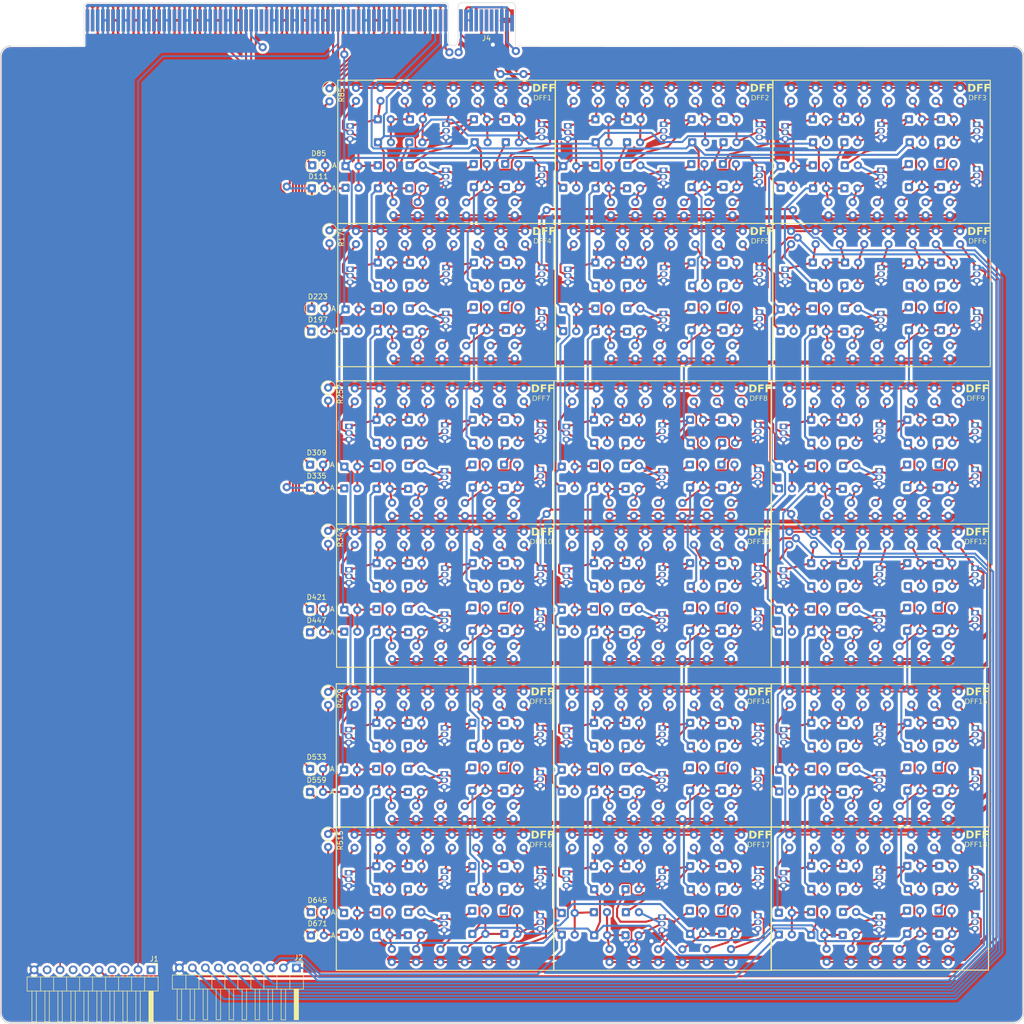
<source format=kicad_pcb>
(kicad_pcb (version 20241229) (generator "pcbnew") (generator_version "9.0")
  (title_block (title "Santa's Microfactory - Chutes PCB 1") (date "2026-01-24") (company "Logan Peterson"))
  (layers (0 "F.Cu" signal) (4 "In1.Cu" signal) (6 "In2.Cu" signal) (2 "B.Cu" signal) (13 "F.Paste" user) (15 "B.Paste" user) (5 "F.SilkS" user "F.Silkscreen") (7 "B.SilkS" user "B.Silkscreen") (1 "F.Mask" user) (3 "B.Mask" user) (25 "Edge.Cuts" user))
  (net 0 "")
  (net 1 "CLK_TICK")
  (net 2 "GND")
  (net 3 "S1_G1")
  (net 5 "CLK")
  (net 6 "NCLK")
  (net 39 "IN_G0")
  (net 40 "IN_C0")
  (net 41 "SEED_1")
  (net 42 "SEED_2")
  (net 43 "RESET")
  (net 44 "SEED_3")
  (net 45 "SEED_4")
  (net 46 "TAP_G2")
  (net 47 "TAP_C2")
  (net 48 "TAP_G3")
  (net 49 "TAP_C3")
  (net 50 "NRESET")
  (net 51 "TAP_G5")
  (net 52 "TAP_C5")
  (net 53 "TAP_G6")
  (net 54 "TAP_C6")
  (net 55 "TAP_G8")
  (net 56 "TAP_C8")
  (net 57 "TAP_G9")
  (net 58 "TAP_C9")
  (net 59 "HALT")
  (net 60 "LOAD0")
  (net 61 "LOAD1")
  (net 62 "LOAD2")
  (net 63 "LOAD3")
  (net 64 "LOAD4")
  (net 65 "LOAD5")
  (net 66 "INPUT0")
  (net 67 "INPUT1")
  (net 68 "INPUT2")
  (net 69 "INPUT3")
  (net 70 "INPUT4")
  (net 71 "INPUT5")
  (net 76 "NHALT")
  (net 77 "S1_C2")
  (net 78 "Net-(D197-A)")
  (net 79 "CORR_0")
  (net 80 "Net-(D309-A)")
  (net 81 "WRONG_3")
  (net 82 "Net-(D111-A)")
  (net 83 "S0_G0")
  (net 84 "Net-(D421-A)")
  (net 85 "Net-(D533-A)")
  (net 86 "Net-(D645-A)")
  (net 87 "S0_NG0")
  (net 88 "S1_NG0")
  (net 89 "S2_NG0")
  (net 90 "S2_G0")
  (net 91 "CORR_3")
  (net 92 "S0_C0")
  (net 93 "S1_C0")
  (net 94 "S0_NC0")
  (net 95 "S1_NC0")
  (net 96 "S2_NC0")
  (net 97 "S2_C0")
  (net 98 "CORR_4")
  (net 99 "S0_G1")
  (net 100 "S0_NG1")
  (net 101 "S1_NG1")
  (net 102 "S2_NG1")
  (net 103 "S2_G1")
  (net 104 "CORR_1")
  (net 105 "WRONG_4")
  (net 106 "S0_C1")
  (net 107 "S0_NC1")
  (net 108 "S1_NC1")
  (net 109 "S2_NC1")
  (net 110 "S2_C1")
  (net 111 "CORR_2")
  (net 112 "CORR_5")
  (net 113 "S0_G2")
  (net 114 "S0_NG2")
  (net 115 "S1_NG2")
  (net 116 "S2_NG2")
  (net 117 "S2_G2")
  (net 118 "WRONG_5")
  (net 119 "S0_C2")
  (net 120 "S0_NC2")
  (net 121 "S1_NC2")
  (net 122 "S2_NC2")
  (net 123 "S2_C2")
  (net 124 "+5V")
  (footprint "Resistor_THT:R_Axial_DIN0207_L6.3mm_D2.5mm_P2.54mm_Vertical" (layer "F.Cu") (at 91.05 185.805084 -90)
    (property "Reference" "R515")
    (property "Value" "10k")
  )
  (footprint "shenanigans:DFF-shenanigans" (layer "F.Cu") (at 157.688314 198.46)
    (property "Reference" "DFF17")
    (property "Value" "~")
  )
  (footprint "Diode_THT:D_DO-35_SOD27_P2.54mm_Vertical_AnodeUp" (layer "F.Cu") (at 87.51 113.595084)
    (property "Reference" "D309")
    (property "Value" "D")
  )
  (footprint "shenanigans:DFF-shenanigans" (layer "F.Cu") (at 157.978314 52.46)
    (property "Reference" "DFF2")
    (property "Value" "~")
  )
  (footprint "shenanigans:DFF-shenanigans" (layer "F.Cu") (at 200.478314 52.46)
    (property "Reference" "DFF3")
    (property "Value" "~")
  )
  (footprint "Diode_THT:D_DO-35_SOD27_P2.54mm_Vertical_AnodeUp" (layer "F.Cu") (at 87.51 146.390568)
    (property "Reference" "D447")
    (property "Value" "D")
  )
  (footprint "Connector_PinHeader_2.54mm:PinHeader_1x10_P2.54mm_Horizontal" (layer "F.Cu") (at 84.83 211.975 -90)
    (property "Reference" "J2")
    (property "Value" "Conn_01x10_Pin")
  )
  (footprint "Diode_THT:D_DO-35_SOD27_P2.54mm_Vertical_AnodeUp" (layer "F.Cu") (at 87.51 141.845084)
    (property "Reference" "D421")
    (property "Value" "D")
  )
  (footprint "shenanigans:DFF-shenanigans" (layer "F.Cu") (at 200.144327 139.220701)
    (property "Reference" "DFF12")
    (property "Value" "~")
  )
  (footprint "Diode_THT:D_DO-35_SOD27_P2.54mm_Vertical_AnodeUp" (layer "F.Cu") (at 87.51 177.595084)
    (property "Reference" "D559")
    (property "Value" "D")
  )
  (footprint "shenanigans:DFF-shenanigans" (layer "F.Cu") (at 115.188314 139.219522)
    (property "Reference" "DFF10")
    (property "Value" "~")
  )
  (footprint "Diode_THT:D_DO-35_SOD27_P2.54mm_Vertical_AnodeUp" (layer "F.Cu") (at 87.51 118.140568)
    (property "Reference" "D335")
    (property "Value" "D")
  )
  (footprint "Resistor_THT:R_Axial_DIN0207_L6.3mm_D2.5mm_P2.54mm_Vertical" (layer "F.Cu") (at 91.05 98.555084 -90)
    (property "Reference" "R257")
    (property "Value" "10k")
  )
  (footprint "Diode_THT:D_DO-35_SOD27_P2.54mm_Vertical_AnodeUp" (layer "F.Cu") (at 87.76 87.595084)
    (property "Reference" "D197")
    (property "Value" "D")
  )
  (footprint "shenanigans:DFF-shenanigans" (layer "F.Cu") (at 200.138314 198.42)
    (property "Reference" "DFF18")
    (property "Value" "~")
  )
  (footprint "Diode_THT:D_DO-35_SOD27_P2.54mm_Vertical_AnodeUp" (layer "F.Cu") (at 87.685686 201.095084)
    (property "Reference" "D645")
    (property "Value" "D")
  )
  (footprint "shenanigans:DFF-shenanigans" (layer "F.Cu") (at 115.138314 198.46)
    (property "Reference" "DFF16")
    (property "Value" "~")
  )
  (footprint "Diode_THT:D_DO-35_SOD27_P2.54mm_Vertical_AnodeUp" (layer "F.Cu") (at 87.51 173.095084)
    (property "Reference" "D533")
    (property "Value" "D")
  )
  (footprint "Resistor_THT:R_Axial_DIN0207_L6.3mm_D2.5mm_P2.54mm_Vertical" (layer "F.Cu") (at 91.3 67.800084 -90)
    (property "Reference" "R171")
    (property "Value" "10k")
  )
  (footprint "shenanigans:DFF-shenanigans" (layer "F.Cu") (at 157.688314 170.46)
    (property "Reference" "DFF14")
    (property "Value" "~")
  )
  (footprint "shenanigans:DFF-shenanigans" (layer "F.Cu") (at 157.978314 80.46)
    (property "Reference" "DFF5")
    (property "Value" "~")
  )
  (footprint "shenanigans:DFF-shenanigans" (layer "F.Cu") (at 115.428314 80.46)
    (property "Reference" "DFF4")
    (property "Value" "~")
  )
  (footprint "shenanigans:DFF-shenanigans" (layer "F.Cu") (at 157.688314 111.215985)
    (property "Reference" "DFF8")
    (property "Value" "~")
  )
  (footprint "Connector_PCBEdge:BUS_PCIexpress_x16" (layer "F.Cu") (at 127 26.75 180)
    (property "Reference" "J4")
    (property "Value" "Bus_PCI_Express_x16")
    (fp_line (start 83.65 2.95) (end 83.15 3.45) (stroke (width 0.1)) (layer "Edge.Cuts"))
    (fp_line (start 83.65 -4.95) (end 83.65 2.95) (stroke (width 0.1)) (layer "Edge.Cuts"))
    (fp_line (start 12.95 3.45) (end 83.15 3.45) (stroke (width 0.1)) (layer "Edge.Cuts"))
    (fp_line (start 12.45 2.95) (end 12.95 3.45) (stroke (width 0.1)) (layer "Edge.Cuts"))
    (fp_line (start 12.45 -4) (end 12.45 2.95) (stroke (width 0.1)) (layer "Edge.Cuts"))
    (fp_line (start 10.55 2.95) (end 10.05 3.45) (stroke (width 0.1)) (layer "Edge.Cuts"))
    (fp_line (start 10.55 -4) (end 10.55 2.95) (stroke (width 0.1)) (layer "Edge.Cuts"))
    (fp_line (start -0.15 3.45) (end 10.05 3.45) (stroke (width 0.1)) (layer "Edge.Cuts"))
    (fp_line (start -0.65 2.95) (end -0.15 3.45) (stroke (width 0.1)) (layer "Edge.Cuts"))
    (fp_line (start -0.65 -4.95) (end -0.65 2.95) (stroke (width 0.1)) (layer "Edge.Cuts"))
    (fp_arc (start 10.55 -4) (mid 11.5 -4.95) (end 12.45 -4) (stroke (width 0.1)) (layer "Edge.Cuts"))
  )
  (footprint "shenanigans:DFF-shenanigans" (layer "F.Cu") (at 200.149591 111.21)
    (property "Reference" "DFF9")
    (property "Value" "~")
  )
  (footprint "Diode_THT:D_DO-35_SOD27_P2.54mm_Vertical_AnodeUp" (layer "F.Cu") (at 87.685686 205.640568)
    (property "Reference" "D671")
    (property "Value" "D")
  )
  (footprint "shenanigans:DFF-shenanigans" (layer "F.Cu") (at 115.428314 52.46)
    (property "Reference" "DFF1")
    (property "Value" "~")
  )
  (footprint "Resistor_THT:R_Axial_DIN0207_L6.3mm_D2.5mm_P2.54mm_Vertical" (layer "F.Cu") (at 91.3 40.050084 -90)
    (property "Reference" "R85")
    (property "Value" "10k")
  )
  (footprint "Connector_PinHeader_2.54mm:PinHeader_1x10_P2.54mm_Horizontal" (layer "F.Cu") (at 56.43 212.365 -90)
    (property "Reference" "J1")
    (property "Value" "Conn_01x10_Pin")
  )
  (footprint "Diode_THT:D_DO-35_SOD27_P2.54mm_Vertical_AnodeUp" (layer "F.Cu") (at 87.76 83.095084)
    (property "Reference" "D223")
    (property "Value" "D")
  )
  (footprint "Resistor_THT:R_Axial_DIN0207_L6.3mm_D2.5mm_P2.54mm_Vertical" (layer "F.Cu") (at 91.05 126.555084 -90)
    (property "Reference" "R343")
    (property "Value" "10k")
  )
  (footprint "Diode_THT:D_DO-35_SOD27_P2.54mm_Vertical_AnodeUp" (layer "F.Cu") (at 87.861372 59.595084)
    (property "Reference" "D111")
    (property "Value" "D")
  )
  (footprint "Diode_THT:D_DO-35_SOD27_P2.54mm_Vertical_AnodeUp" (layer "F.Cu") (at 87.935686 55.095084)
    (property "Reference" "D85")
    (property "Value" "D")
  )
  (footprint "shenanigans:DFF-shenanigans" (layer "F.Cu") (at 200.478314 80.46)
    (property "Reference" "DFF6")
    (property "Value" "~")
  )
  (footprint "shenanigans:DFF-shenanigans" (layer "F.Cu") (at 157.688314 139.21)
    (property "Reference" "DFF11")
    (property "Value" "~")
  )
  (footprint "shenanigans:DFF-shenanigans" (layer "F.Cu") (at 200.188314 170.46)
    (property "Reference" "DFF15")
    (property "Value" "~")
  )
  (footprint "shenanigans:DFF-shenanigans" (layer "F.Cu") (at 115.188314 111.21)
    (property "Reference" "DFF7")
    (property "Value" "~")
  )
  (footprint "Resistor_THT:R_Axial_DIN0207_L6.3mm_D2.5mm_P2.54mm_Vertical" (layer "F.Cu") (at 91.05 158.050084 -90)
    (property "Reference" "R429")
    (property "Value" "10k")
  )
  (footprint "shenanigans:DFF-shenanigans" (layer "F.Cu") (at 115.138314 170.46)
    (property "Reference" "DFF13")
    (property "Value" "~")
  )
  (gr_line (start 27.000014 220.749986) (end 27.000014 33.749986) (stroke (width 0.2)) (layer "Edge.Cuts"))
  (gr_arc (start 29.000014 222.749986) (mid 27.5858 222.1642) (end 27.000014 220.749986) (stroke (width 0.2)) (layer "Edge.Cuts"))
  (gr_arc (start 227.000014 220.749986) (mid 226.414233 222.164214) (end 225.000014 222.749986) (stroke (width 0.2)) (layer "Edge.Cuts"))
  (gr_arc (start 27.000014 33.749986) (mid 27.5858 32.335772) (end 29.000014 31.749986) (stroke (width 0.2)) (layer "Edge.Cuts"))
  (gr_line (start 227.000014 33.749986) (end 227.000014 220.749986) (stroke (width 0.2)) (layer "Edge.Cuts"))
  (gr_line (start 29.000014 31.749986) (end 43.350014 31.699986) (stroke (width 0.05)) (layer "Edge.Cuts"))
  (gr_line (start 127.650014 31.699986) (end 225.000014 31.749986) (stroke (width 0.05)) (layer "Edge.Cuts"))
  (gr_line (start 225.000014 222.749986) (end 29.000014 222.749986) (stroke (width 0.2)) (layer "Edge.Cuts"))
  (gr_arc (start 225.000014 31.749986) (mid 226.414228 32.335772) (end 227.000014 33.749986) (stroke (width 0.2)) (layer "Edge.Cuts"))
  (segment (start 148.379816 195.444084) (end 149.991556 195.444084) (width 0.3) (layer "F.Cu") (net 2))
  (segment (start 107.731556 49.444084) (end 108.076686 49.789214) (width 0.3) (layer "F.Cu") (net 2))
  (segment (start 150.681816 197.746084) (end 152.202446 197.746084) (width 0.3) (layer "F.Cu") (net 2))
  (segment (start 146.75 203.383248) (end 146.75 197.0739) (width 0.3) (layer "F.Cu") (net 2))
  (segment (start 105.685856 57.545345) (end 104.5 56.359489) (width 0.3) (layer "F.Cu") (net 2))
  (segment (start 165.25 110.75) (end 166 110) (width 0.3) (layer "F.Cu") (net 2))
  (segment (start 113.06112 49.615084) (end 114.09 49.615084) (width 0.3) (layer "F.Cu") (net 2))
  (segment (start 107.389 61.08864) (end 108.076686 60.400954) (width 0.3) (layer "F.Cu") (net 2))
  (segment (start 163.324686 108.783199) (end 163.324686 109.827829) (width 0.3) (layer "F.Cu") (net 2))
  (segment (start 169.439 108.689) (end 169.439 109.827829) (width 0.3) (layer "F.Cu") (net 2))
  (segment (start 150.336686 204.789214) (end 149.531093 203.983621) (width 0.3) (layer "F.Cu") (net 2))
  (segment (start 107.034345 57.545345) (end 105.685856 57.545345) (width 0.3) (layer "F.Cu") (net 2))
  (segment (start 109.179 63.456084) (end 108.06324 63.456084) (width 0.3) (layer "F.Cu") (net 2))
  (segment (start 150.336686 206.400954) (end 150.336686 204.789214) (width 0.3) (layer "F.Cu") (net 2))
  (segment (start 149.342556 207.395084) (end 150.336686 206.400954) (width 0.3) (layer "F.Cu") (net 2))
  (segment (start 163 108.458513) (end 163.324686 108.783199) (width 0.3) (layer "F.Cu") (net 2))
  (segment (start 108.076686 58.587686) (end 107.034345 57.545345) (width 0.3) (layer "F.Cu") (net 2))
  (segment (start 150.336686 197.400954) (end 150.681816 197.746084) (width 0.3) (layer "F.Cu") (net 2))
  (segment (start 110.780603 51.895601) (end 113.06112 49.615084) (width 0.3) (layer "F.Cu") (net 2))
  (segment (start 104.5 51.0639) (end 106.119816 49.444084) (width 0.3) (layer "F.Cu") (net 2))
  (segment (start 161 102) (end 163 104) (width 0.3) (layer "F.Cu") (net 2))
  (segment (start 149.24697 207.395084) (end 149.342556 207.395084) (width 0.3) (layer "F.Cu") (net 2))
  (segment (start 107.389 62.781844) (end 107.389 61.08864) (width 0.3) (layer "F.Cu") (net 2))
  (segment (start 108.06324 63.456084) (end 107.389 62.781844) (width 0.3) (layer "F.Cu") (net 2))
  (segment (start 164.246857 110.75) (end 165.25 110.75) (width 0.3) (layer "F.Cu") (net 2))
  (segment (start 170.186919 110.575748) (end 171.32575 110.575748) (width 0.3) (layer "F.Cu") (net 2))
  (segment (start 150.336686 195.789214) (end 150.336686 197.400954) (width 0.3) (layer "F.Cu") (net 2))
  (segment (start 114.04 58.595084) (end 109.179 63.456084) (width 0.3) (layer "F.Cu") (net 2))
  (segment (start 163.324686 109.827829) (end 164.246857 110.75) (width 0.3) (layer "F.Cu") (net 2))
  (segment (start 108.076686 49.789214) (end 108.076686 51.400954) (width 0.3) (layer "F.Cu") (net 2))
  (segment (start 154.25 206.75) (end 156.3 204.7) (width 0.3) (layer "F.Cu") (net 2))
  (segment (start 156.3 204.7) (end 156.3 204.595084) (width 0.3) (layer "F.Cu") (net 2))
  (segment (start 146.75 197.0739) (end 148.379816 195.444084) (width 0.3) (layer "F.Cu") (net 2))
  (segment (start 161 100.5) (end 161 102) (width 0.3) (layer "F.Cu") (net 2))
  (segment (start 108.076686 51.400954) (end 108.571333 51.895601) (width 0.3) (layer "F.Cu") (net 2))
  (segment (start 149.991556 195.444084) (end 150.336686 195.789214) (width 0.3) (layer "F.Cu") (net 2))
  (segment (start 108.076686 60.400954) (end 108.076686 58.587686) (width 0.3) (layer "F.Cu") (net 2))
  (segment (start 152.202446 197.746084) (end 152.60877 197.33976) (width 0.3) (layer "F.Cu") (net 2))
  (segment (start 161.395015 100.104985) (end 161 100.5) (width 0.3) (layer "F.Cu") (net 2))
  (segment (start 179.461277 108.685084) (end 178.098591 107.322398) (width 0.3) (layer "F.Cu") (net 2))
  (segment (start 154.625324 197.33976) (end 156.35 195.615084) (width 0.3) (layer "F.Cu") (net 2))
  (segment (start 106.119816 49.444084) (end 107.731556 49.444084) (width 0.3) (layer "F.Cu") (net 2))
  (segment (start 108.571333 51.895601) (end 110.780603 51.895601) (width 0.3) (layer "F.Cu") (net 2))
  (segment (start 178.098591 107.322398) (end 178.098591 105.688816) (width 0.3) (layer "F.Cu") (net 2))
  (segment (start 171.32575 110.575748) (end 173.425165 110.015904) (width 0.3) (layer "F.Cu") (net 2))
  (segment (start 166 109.444199) (end 167.24413 108.200069) (width 0.3) (layer "F.Cu") (net 2))
  (segment (start 124 30.75) (end 123.25 31.5) (width 0.4) (layer "F.Cu") (net 2))
  (segment (start 152.60877 197.33976) (end 154.625324 197.33976) (width 0.3) (layer "F.Cu") (net 2))
  (segment (start 173.425165 110.015904) (end 175.05 108.391069) (width 0.3) (layer "F.Cu") (net 2))
  (segment (start 180.061277 108.685084) (end 179.461277 108.685084) (width 0.3) (layer "F.Cu") (net 2))
  (segment (start 168.950069 108.200069) (end 169.439 108.689) (width 0.3) (layer "F.Cu") (net 2))
  (segment (start 149.531093 203.983621) (end 147.350373 203.983621) (width 0.3) (layer "F.Cu") (net 2))
  (segment (start 169.439 109.827829) (end 170.186919 110.575748) (width 0.3) (layer "F.Cu") (net 2))
  (segment (start 172.51476 100.104985) (end 161.395015 100.104985) (width 0.3) (layer "F.Cu") (net 2))
  (segment (start 104.5 56.359489) (end 104.5 51.0639) (width 0.3) (layer "F.Cu") (net 2))
  (segment (start 147.350373 203.983621) (end 146.75 203.383248) (width 0.3) (layer "F.Cu") (net 2))
  (segment (start 178.098591 105.688816) (end 172.51476 100.104985) (width 0.3) (layer "F.Cu") (net 2))
  (segment (start 166 110) (end 166 109.444199) (width 0.3) (layer "F.Cu") (net 2))
  (segment (start 163 104) (end 163 108.458513) (width 0.3) (layer "F.Cu") (net 2))
  (segment (start 124 26.75) (end 124 30.75) (width 0.4) (layer "F.Cu") (net 2))
  (segment (start 167.24413 108.200069) (end 168.950069 108.200069) (width 0.3) (layer "F.Cu") (net 2))
  (via (at 149.24697 207.395084) (size 1.6) (drill 0.8) (layers "F.Cu" "B.Cu") (net 2))
  (via (at 123.25 31.5) (size 1.6) (drill 0.8) (layers "F.Cu" "B.Cu") (net 2))
  (via (at 154.25 206.75) (size 1.6) (drill 0.8) (layers "F.Cu" "B.Cu") (net 2))
  (segment (start 149.24697 207.395084) (end 149.892054 206.75) (width 0.3) (layer "B.Cu") (net 2))
  (segment (start 149.892054 206.75) (end 154.25 206.75) (width 0.3) (layer "B.Cu") (net 2))
  (segment (start 117 29.5) (end 117 26.75) (width 0.4) (layer "F.Cu") (net 3))
  (segment (start 46.27 212.365) (end 47.521 213.616) (width 0.4) (layer "F.Cu") (net 3))
  (segment (start 179.171277 118.255084) (end 177.5 116.583807) (width 0.4) (layer "F.Cu") (net 3))
  (segment (start 215.75 37.25) (end 129.25 37.25) (width 0.4) (layer "F.Cu") (net 3))
  (segment (start 47.521 213.616) (end 214.134 213.616) (width 0.4) (layer "F.Cu") (net 3))
  (segment (start 124.75 37.25) (end 117 29.5) (width 0.4) (layer "F.Cu") (net 3))
  (segment (start 221.75 43.25) (end 215.75 37.25) (width 0.4) (layer "F.Cu") (net 3))
  (segment (start 177.5 106.677729) (end 176.208957 105.386686) (width 0.4) (layer "F.Cu") (net 3))
  (segment (start 214.134 213.616) (end 221.75 206) (width 0.4) (layer "F.Cu") (net 3))
  (segment (start 176.208957 105.386686) (end 175.457683 105.386686) (width 0.4) (layer "F.Cu") (net 3))
  (segment (start 177.5 116.583807) (end 177.5 106.677729) (width 0.4) (layer "F.Cu") (net 3))
  (segment (start 221.75 206) (end 221.75 43.25) (width 0.4) (layer "F.Cu") (net 3))
  (via (at 129.25 37.25) (size 1.6) (drill 0.8) (layers "F.Cu" "B.Cu") (net 3))
  (via (at 124.75 37.25) (size 1.6) (drill 0.8) (layers "F.Cu" "B.Cu") (net 3))
  (segment (start 129.25 37.25) (end 124.75 37.25) (width 0.4) (layer "B.Cu") (net 3))
  (segment (start 184.209 204.264084) (end 178.33342 204.264084) (width 0.4) (layer "B.Cu") (net 5))
  (segment (start 180.339 63.713529) (end 180.339 73.094084) (width 0.4) (layer "B.Cu") (net 5))
  (segment (start 175.031438 50.861084) (end 185.574 50.861084) (width 0.4) (layer "B.Cu") (net 5))
  (segment (start 99.259 147.645606) (end 99.259 167.354084) (width 0.4) (layer "B.Cu") (net 5))
  (segment (start 111.224471 46.149084) (end 107.979471 49.394084) (width 0.4) (layer "B.Cu") (net 5))
  (segment (start 141.809 195.354084) (end 141.809 178.836084) (width 0.4) (layer "B.Cu") (net 5))
  (segment (start 143.34 50.595084) (end 143.074 50.861084) (width 0.4) (layer "B.Cu") (net 5))
  (segment (start 141.809 147.586084) (end 143.05 146.345084) (width 0.4) (layer "B.Cu") (net 5))
  (segment (start 143.05 109.351069) (end 141.809 108.110069) (width 0.4) (layer "B.Cu") (net 5))
  (segment (start 135.88342 204.304084) (end 141.759 204.304084) (width 0.4) (layer "B.Cu") (net 5))
  (segment (start 184.259 195.314084) (end 184.259 178.886084) (width 0.4) (layer "B.Cu") (net 5))
  (segment (start 113 31.301529) (end 102.491 41.810529) (width 0.4) (layer "B.Cu") (net 5))
  (segment (start 102.491 41.810529) (end 102.491 44.728504) (width 0.4) (layer "B.Cu") (net 5))
  (segment (start 141.809 178.836084) (end 143.05 177.595084) (width 0.4) (layer "B.Cu") (net 5))
  (segment (start 185.55 168.595084) (end 184.25 167.295084) (width 0.4) (layer "B.Cu") (net 5))
  (segment (start 142.099 60.836084) (end 143.34 59.595084) (width 0.4) (layer "B.Cu") (net 5))
  (segment (start 185.511277 109.345084) (end 184.270277 108.104084) (width 0.4) (layer "B.Cu") (net 5))
  (segment (start 143.05 196.595084) (end 141.809 195.354084) (width 0.4) (layer "B.Cu") (net 5))
  (segment (start 141.809 167.354084) (end 141.809 147.586084) (width 0.4) (layer "B.Cu") (net 5))
  (segment (start 178.33342 204.264084) (end 173.09142 209.506084) (width 0.4) (layer "B.Cu") (net 5))
  (segment (start 99.259 195.354084) (end 100.5 196.595084) (width 0.4) (layer "B.Cu") (net 5))
  (segment (start 184.270277 89.164807) (end 185.84 87.595084) (width 0.4) (layer "B.Cu") (net 5))
  (segment (start 164.955 209.551084) (end 159.721438 209.551084) (width 0.4) (layer "B.Cu") (net 5))
  (segment (start 180.339 73.094084) (end 185.84 78.595084) (width 0.4) (layer "B.Cu") (net 5))
  (segment (start 141.809 136.104084) (end 141.809 119.592069) (width 0.4) (layer "B.Cu") (net 5))
  (segment (start 154.240354 48.75) (end 156.031438 50.541084) (width 0.4) (layer "B.Cu") (net 5))
  (segment (start 101.951 49.434084) (end 100.79 50.595084) (width 0.4) (layer "B.Cu") (net 5))
  (segment (start 115.241 46.149084) (end 111.224471 46.149084) (width 0.4) (layer "B.Cu") (net 5))
  (segment (start 143.34 78.595084) (end 142.099 77.354084) (width 0.4) (layer "B.Cu") (net 5))
  (segment (start 141.809 108.110069) (end 141.809 89.126084) (width 0.4) (layer "B.Cu") (net 5))
  (segment (start 184.711277 118.345084) (end 180.005013 123.051348) (width 0.4) (layer "B.Cu") (net 5))
  (segment (start 102.491 44.728504) (end 101.951 45.268504) (width 0.4) (layer "B.Cu") (net 5))
  (segment (start 185.574 50.861084) (end 185.84 50.595084) (width 0.4) (layer "B.Cu") (net 5))
  (segment (start 100.5 177.595084) (end 99.259 178.836084) (width 0.4) (layer "B.Cu") (net 5))
  (segment (start 180.005013 131.854785) (end 185.506013 137.355785) (width 0.4) (layer "B.Cu") (net 5))
  (segment (start 118.341916 49.25) (end 115.241 46.149084) (width 0.4) (layer "B.Cu") (net 5))
  (segment (start 99.309 108.104084) (end 100.55 109.345084) (width 0.4) (layer "B.Cu") (net 5))
  (segment (start 130.294471 50.861084) (end 128.683387 49.25) (width 0.4) (layer "B.Cu") (net 5))
  (segment (start 99.259 167.354084) (end 100.5 168.595084) (width 0.4) (layer "B.Cu") (net 5))
  (segment (start 184.457445 59.595084) (end 180.339 63.713529) (width 0.4) (layer "B.Cu") (net 5))
  (segment (start 99.309 89.076084) (end 99.309 108.104084) (width 0.4) (layer "B.Cu") (net 5))
  (segment (start 100.5 205.595084) (end 102.009 207.104084) (width 0.4) (layer "B.Cu") (net 5))
  (segment (start 160.252106 50.541084) (end 161.399106 49.394084) (width 0.4) (layer "B.Cu") (net 5))
  (segment (start 185.84 59.595084) (end 184.457445 59.595084) (width 0.4) (layer "B.Cu") (net 5))
  (segment (start 159.721438 209.551084) (end 153.920354 203.75) (width 0.4) (layer "B.Cu") (net 5))
  (segment (start 100.55 118.345084) (end 99.309 119.586084) (width 0.4) (layer "B.Cu") (net 5))
  (segment (start 173.09142 209.506084) (end 165 209.506084) (width 0.4) (layer "B.Cu") (net 5))
  (segment (start 185.5 205.555084) (end 184.209 204.264084) (width 0.4) (layer "B.Cu") (net 5))
  (segment (start 142.099 77.354084) (end 142.099 60.836084) (width 0.4) (layer "B.Cu") (net 5))
  (segment (start 173.564438 49.394084) (end 175.031438 50.861084) (width 0.4) (layer "B.Cu") (net 5))
  (segment (start 153.920354 203.75) (end 144.895084 203.75) (width 0.4) (layer "B.Cu") (net 5))
  (segment (start 185.5 196.555084) (end 184.259 195.314084) (width 0.4) (layer "B.Cu") (net 5))
  (segment (start 99.309 119.586084) (end 99.309 136.113606) (width 0.4) (layer "B.Cu") (net 5))
  (segment (start 128.683387 49.25) (end 118.341916 49.25) (width 0.4) (layer "B.Cu") (net 5))
  (segment (start 161.399106 49.394084) (end 173.564438 49.394084) (width 0.4) (layer "B.Cu") (net 5))
  (segment (start 141.809 89.126084) (end 143.34 87.595084) (width 0.4) (layer "B.Cu") (net 5))
  (segment (start 99.259 178.836084) (end 99.259 195.354084) (width 0.4) (layer "B.Cu") (net 5))
  (segment (start 143.34 50.595084) (end 145.185084 48.75) (width 0.4) (layer "B.Cu") (net 5))
  (segment (start 143.05 137.345084) (end 141.809 136.104084) (width 0.4) (layer "B.Cu") (net 5))
  (segment (start 143.05 168.595084) (end 141.809 167.354084) (width 0.4) (layer "B.Cu") (net 5))
  (segment (start 156.031438 50.541084) (end 160.252106 50.541084) (width 0.4) (layer "B.Cu") (net 5))
  (segment (start 113 26.75) (end 113 31.301529) (width 0.4) (layer "B.Cu") (net 5))
  (segment (start 107.979471 49.394084) (end 101.991 49.394084) (width 0.4) (layer "B.Cu") (net 5))
  (segment (start 184.25 167.295084) (end 184.25 147.611798) (width 0.4) (layer "B.Cu") (net 5))
  (segment (start 144.895084 203.75) (end 143.05 205.595084) (width 0.4) (layer "B.Cu") (net 5))
  (segment (start 145.185084 48.75) (end 154.240354 48.75) (width 0.4) (layer "B.Cu") (net 5))
  (segment (start 185.511277 118.345084) (end 184.711277 118.345084) (width 0.4) (layer "B.Cu") (net 5))
  (segment (start 102.009 207.104084) (end 133.08342 207.104084) (width 0.4) (layer "B.Cu") (net 5))
  (segment (start 180.005013 123.051348) (end 180.005013 131.854785) (width 0.4) (layer "B.Cu") (net 5))
  (segment (start 101.951 45.268504) (end 101.951 49.434084) (width 0.4) (layer "B.Cu") (net 5))
  (segment (start 99.309 136.113606) (end 100.55 137.354606) (width 0.4) (layer "B.Cu") (net 5))
  (segment (start 100.55 146.354606) (end 99.259 147.645606) (width 0.4) (layer "B.Cu") (net 5))
  (segment (start 100.79 87.595084) (end 99.309 89.076084) (width 0.4) (layer "B.Cu") (net 5))
  (segment (start 184.259 178.886084) (end 185.55 177.595084) (width 0.4) (layer "B.Cu") (net 5))
  (segment (start 101.991 49.394084) (end 100.79 50.595084) (width 0.4) (layer "B.Cu") (net 5))
  (segment (start 141.759 204.304084) (end 143.05 205.595084) (width 0.4) (layer "B.Cu") (net 5))
  (segment (start 133.08342 207.104084) (end 135.88342 204.304084) (width 0.4) (layer "B.Cu") (net 5))
  (segment (start 99.549 77.354084) (end 100.79 78.595084) (width 0.4) (layer "B.Cu") (net 5))
  (segment (start 165 209.506084) (end 164.955 209.551084) (width 0.4) (layer "B.Cu") (net 5))
  (segment (start 99.549 60.836084) (end 99.549 77.354084) (width 0.4) (layer "B.Cu") (net 5))
  (segment (start 143.074 50.861084) (end 130.294471 50.861084) (width 0.4) (layer "B.Cu") (net 5))
  (segment (start 141.809 119.592069) (end 143.05 118.351069) (width 0.4) (layer "B.Cu") (net 5))
  (segment (start 184.270277 108.104084) (end 184.270277 89.164807) (width 0.4) (layer "B.Cu") (net 5))
  (segment (start 184.25 147.611798) (end 185.506013 146.355785) (width 0.4) (layer "B.Cu") (net 5))
  (segment (start 100.79 59.595084) (end 99.549 60.836084) (width 0.4) (layer "B.Cu") (net 5))
  (segment (start 119.25 185.011529) (end 118.799 185.462529) (width 0.4) (layer "B.Cu") (net 6))
  (segment (start 202.799 206.756084) (end 204.25 205.305084) (width 0.4) (layer "B.Cu") (net 6))
  (segment (start 161.349 124.29554) (end 161.8 123.84454) (width 0.4) (layer "B.Cu") (net 6))
  (segment (start 119.3 125.771051) (end 118.099 126.972051) (width 0.4) (layer "B.Cu") (net 6))
  (segment (start 118.099 108.008398) (end 119.435686 109.345084) (width 0.4) (layer "B.Cu") (net 6))
  (segment (start 204.256013 146.105785) (end 204.256013 157.055516) (width 0.4) (layer "B.Cu") (net 6))
  (segment (start 160.599 108.014383) (end 160.599 94.579555) (width 0.4) (layer "B.Cu") (net 6))
  (segment (start 178.084478 203.663084) (end 185.63558 203.663084) (width 0.4) (layer "B.Cu") (net 6))
  (segment (start 161.349 129.747471) (end 161.349 124.29554) (width 0.4) (layer "B.Cu") (net 6))
  (segment (start 160.599 94.579555) (end 162.09 93.088555) (width 0.4) (layer "B.Cu") (net 6))
  (segment (start 99.549 51.381664) (end 99.549 40.002529) (width 0.4) (layer "B.Cu") (net 6))
  (segment (start 161.024686 51.796084) (end 162.225686 50.595084) (width 0.4) (layer "B.Cu") (net 6))
  (segment (start 164.041 72.518504) (end 163.291 73.268504) (width 0.4) (layer "B.Cu") (net 6))
  (segment (start 204.261277 118.095084) (end 204.085277 118.271084) (width 0.4) (layer "B.Cu") (net 6))
  (segment (start 120.5 191.317504) (end 120.5 195.48077) (width 0.4) (layer "B.Cu") (net 6))
  (segment (start 120.451 167.52977) (end 119.385686 168.595084) (width 0.4) (layer "B.Cu") (net 6))
  (segment (start 161.8 151.838555) (end 161.8 146.095084) (width 0.4) (layer "B.Cu") (net 6))
  (segment (start 162.225686 50.595084) (end 164.673686 53.043084) (width 0.4) (layer "B.Cu") (net 6))
  (segment (start 118.799 161.616504) (end 120.451 163.268504) (width 0.4) (layer "B.Cu") (net 6))
  (segment (start 120.5 195.48077) (end 119.385686 196.595084) (width 0.4) (layer "B.Cu") (net 6))
  (segment (start 160.599 184.289555) (end 161.8 183.088555) (width 0.4) (layer "B.Cu") (net 6))
  (segment (start 203.060277 98.962529) (end 203.060277 108.008398) (width 0.4) (layer "B.Cu") (net 6))
  (segment (start 164.041 61.296084) (end 164.041 72.518504) (width 0.4) (layer "B.Cu") (net 6))
  (segment (start 99.549 40.002529) (end 100.801529 38.75) (width 0.4) (layer "B.Cu") (net 6))
  (segment (start 119.54 59.345084) (end 119.54 67.011529) (width 0.4) (layer "B.Cu") (net 6))
  (segment (start 120.451 204.144084) (end 119.25 205.345084) (width 0.4) (layer "B.Cu") (net 6))
  (segment (start 163.001 206.546084) (end 175.201478 206.546084) (width 0.4) (layer "B.Cu") (net 6))
  (segment (start 164.673686 53.043084) (end 202.277686 53.043084) (width 0.4) (layer "B.Cu") (net 6))
  (segment (start 160.599 167.258398) (end 160.599 153.039555) (width 0.4) (layer "B.Cu") (net 6))
  (segment (start 187.07542 206.756084) (end 202.799 206.756084) (width 0.4) (layer "B.Cu") (net 6))
  (segment (start 100.801529 38.75) (end 104 38.75) (width 0.4) (layer "B.Cu") (net 6))
  (segment (start 119.675686 50.595084) (end 120.876686 51.796084) (width 0.4) (layer "B.Cu") (net 6))
  (segment (start 118.339 77.258398) (end 119.675686 78.595084) (width 0.4) (layer "B.Cu") (net 6))
  (segment (start 163.291 77.52977) (end 162.225686 78.595084) (width 0.4) (layer "B.Cu") (net 6))
  (segment (start 162.09 93.088555) (end 162.09 87.345084) (width 0.4) (layer "B.Cu") (net 6))
  (segment (start 112 30.75) (end 112 26.75) (width 0.4) (layer "B.Cu") (net 6))
  (segment (start 120.451 163.268504) (end 120.451 167.52977) (width 0.4) (layer "B.Cu") (net 6))
  (segment (start 119.3 118.095084) (end 119.3 125.771051) (width 0.4) (layer "B.Cu") (net 6))
  (segment (start 203.060277 108.008398) (end 204.396963 109.345084) (width 0.4) (layer "B.Cu") (net 6))
  (segment (start 161.8 123.84454) (end 161.8 118.101069) (width 0.4) (layer "B.Cu") (net 6))
  (segment (start 161.935686 109.351069) (end 160.599 108.014383) (width 0.4) (layer "B.Cu") (net 6))
  (segment (start 204.3 177.345084) (end 204.3 183.7) (width 0.4) (layer "B.Cu") (net 6))
  (segment (start 161.8 205.345084) (end 155.954916 199.5) (width 0.4) (layer "B.Cu") (net 6))
  (segment (start 119.54 67.011529) (end 118.339 68.212529) (width 0.4) (layer "B.Cu") (net 6))
  (segment (start 119.54 87.345084) (end 119.54 97.521529) (width 0.4) (layer "B.Cu") (net 6))
  (segment (start 204.3 183.7) (end 203.049 184.951) (width 0.4) (layer "B.Cu") (net 6))
  (segment (start 118.099 126.972051) (end 118.099 136.01792) (width 0.4) (layer "B.Cu") (net 6))
  (segment (start 161.935686 137.345084) (end 163.001 136.27977) (width 0.4) (layer "B.Cu") (net 6))
  (segment (start 161.8 183.088555) (end 161.8 177.345084) (width 0.4) (layer "B.Cu") (net 6))
  (segment (start 204.59 59.345084) (end 204.414 59.521084) (width 0.4) (layer "B.Cu") (net 6))
  (segment (start 118.799 189.616504) (end 120.5 191.317504) (width 0.4) (layer "B.Cu") (net 6))
  (segment (start 136.296916 203.703084) (end 135.634478 203.703084) (width 0.4) (layer "B.Cu") (net 6))
  (segment (start 161.935686 168.595084) (end 160.599 167.258398) (width 0.4) (layer "B.Cu") (net 6))
  (segment (start 203.099 158.212529) (end 203.099 167.258398) (width 0.4) (layer "B.Cu") (net 6))
  (segment (start 204.59 97.432806) (end 203.060277 98.962529) (width 0.4) (layer "B.Cu") (net 6))
  (segment (start 129.664471 205.271084) (end 128.537471 204.144084) (width 0.4) (layer "B.Cu") (net 6))
  (segment (start 203.099 167.258398) (end 204.435686 168.595084) (width 0.4) (layer "B.Cu") (net 6))
  (segment (start 163.001 136.27977) (end 163.001 131.399471) (width 0.4) (layer "B.Cu") (net 6))
  (segment (start 160.599 153.039555) (end 161.8 151.838555) (width 0.4) (layer "B.Cu") (net 6))
  (segment (start 155.954916 199.5) (end 138.839504 199.5) (width 0.4) (layer "B.Cu") (net 6))
  (segment (start 118.474686 51.796084) (end 99.96342 51.796084) (width 0.4) (layer "B.Cu") (net 6))
  (segment (start 163.001 131.399471) (end 161.349 129.747471) (width 0.4) (layer "B.Cu") (net 6))
  (segment (start 119.3 146.104606) (end 119.3 156.961529) (width 0.4) (layer "B.Cu") (net 6))
  (segment (start 119.675686 50.595084) (end 118.474686 51.796084) (width 0.4) (layer "B.Cu") (net 6))
  (segment (start 118.799 157.462529) (end 118.799 161.616504) (width 0.4) (layer "B.Cu") (net 6))
  (segment (start 138.839504 199.5) (end 137.911 200.428504) (width 0.4) (layer "B.Cu") (net 6))
  (segment (start 137.911 200.428504) (end 137.911 202.089) (width 0.4) (layer "B.Cu") (net 6))
  (segment (start 128.537471 204.144084) (end 120.451 204.144084) (width 0.4) (layer "B.Cu") (net 6))
  (segment (start 202.277686 53.043084) (end 204.725686 50.595084) (width 0.4) (layer "B.Cu") (net 6))
  (segment (start 175.201478 206.546084) (end 178.084478 203.663084) (width 0.4) (layer "B.Cu") (net 6))
  (segment (start 118.099 136.01792) (end 119.435686 137.354606) (width 0.4) (layer "B.Cu") (net 6))
  (segment (start 120.876686 51.796084) (end 161.024686 51.796084) (width 0.4) (layer "B.Cu") (net 6))
  (segment (start 119.3 156.961529) (end 118.799 157.462529) (width 0.4) (layer "B.Cu") (net 6))
  (segment (start 204.59 87.345084) (end 204.59 97.432806) (width 0.4) (layer "B.Cu") (net 6))
  (segment (start 119.54 97.521529) (end 118.099 98.962529) (width 0.4) (layer "B.Cu") (net 6))
  (segment (start 119.25 177.345084) (end 119.25 185.011529) (width 0.4) (layer "B.Cu") (net 6))
  (segment (start 118.799 185.462529) (end 118.799 189.616504) (width 0.4) (layer "B.Cu") (net 6))
  (segment (start 162.09 59.345084) (end 164.041 61.296084) (width 0.4) (layer "B.Cu") (net 6))
  (segment (start 204.256013 157.055516) (end 203.099 158.212529) (width 0.4) (layer "B.Cu") (net 6))
  (segment (start 134.066478 205.271084) (end 129.664471 205.271084) (width 0.4) (layer "B.Cu") (net 6))
  (segment (start 104 38.75) (end 112 30.75) (width 0.4) (layer "B.Cu") (net 6))
  (segment (start 118.339 68.212529) (end 118.339 77.258398) (width 0.4) (layer "B.Cu") (net 6))
  (segment (start 185.63558 203.663084) (end 186.701 204.728504) (width 0.4) (layer "B.Cu") (net 6))
  (segment (start 186.701 204.728504) (end 186.701 206.381664) (width 0.4) (layer "B.Cu") (net 6))
  (segment (start 163.291 73.268504) (end 163.291 77.52977) (width 0.4) (layer "B.Cu") (net 6))
  (segment (start 137.911 202.089) (end 136.296916 203.703084) (width 0.4) (layer "B.Cu") (net 6))
  (segment (start 203.049 184.951) (end 203.049 195.218398) (width 0.4) (layer "B.Cu") (net 6))
  (segment (start 99.96342 51.796084) (end 99.549 51.381664) (width 0.4) (layer "B.Cu") (net 6))
  (segment (start 118.099 98.962529) (end 118.099 108.008398) (width 0.4) (layer "B.Cu") (net 6))
  (segment (start 186.701 206.381664) (end 187.07542 206.756084) (width 0.4) (layer "B.Cu") (net 6))
  (segment (start 161.935686 196.595084) (end 160.599 195.258398) (width 0.4) (layer "B.Cu") (net 6))
  (segment (start 160.599 195.258398) (end 160.599 184.289555) (width 0.4) (layer "B.Cu") (net 6))
  (segment (start 161.8 205.345084) (end 163.001 206.546084) (width 0.4) (layer "B.Cu") (net 6))
  (segment (start 203.049 195.218398) (end 204.385686 196.555084) (width 0.4) (layer "B.Cu") (net 6))
  (segment (start 135.634478 203.703084) (end 134.066478 205.271084) (width 0.4) (layer "B.Cu") (net 6))
  (segment (start 103 29.052) (end 93.694 38.358) (width 0.4) (layer "F.Cu") (net 46))
  (segment (start 93.694 38.358) (end 91.293613 38.358) (width 0.4) (layer "F.Cu") (net 46))
  (segment (start 87.16 42.491613) (end 87.16 54.319398) (width 0.4) (layer "F.Cu") (net 46))
  (segment (start 91.293613 38.358) (end 87.16 42.491613) (width 0.4) (layer "F.Cu") (net 46))
  (segment (start 87.16 54.319398) (end 87.935686 55.095084) (width 0.4) (layer "F.Cu") (net 46))
  (segment (start 103 26.75) (end 103 29.052) (width 0.4) (layer "F.Cu") (net 46))
  (segment (start 86.559 42.242671) (end 86.559 86.394084) (width 0.4) (layer "F.Cu") (net 47))
  (segment (start 93.243 37.757) (end 91.044671 37.757) (width 0.4) (layer "F.Cu") (net 47))
  (segment (start 102 26.75) (end 102 29) (width 0.4) (layer "F.Cu") (net 47))
  (segment (start 91.044671 37.757) (end 86.559 42.242671) (width 0.4) (layer "F.Cu") (net 47))
  (segment (start 86.559 86.394084) (end 87.76 87.595084) (width 0.4) (layer "F.Cu") (net 47))
  (segment (start 102 29) (end 93.243 37.757) (width 0.4) (layer "F.Cu") (net 47))
  (segment (start 90.795729 37.156) (end 85.958 41.993729) (width 0.4) (layer "F.Cu") (net 48))
  (segment (start 85.958 41.993729) (end 85.958 112.043084) (width 0.4) (layer "F.Cu") (net 48))
  (segment (start 92.994058 37.156) (end 90.795729 37.156) (width 0.4) (layer "F.Cu") (net 48))
  (segment (start 99 31.150058) (end 92.994058 37.156) (width 0.4) (layer "F.Cu") (net 48))
  (segment (start 85.958 112.043084) (end 87.51 113.595084) (width 0.4) (layer "F.Cu") (net 48))
  (segment (start 99 26.75) (end 99 31.150058) (width 0.4) (layer "F.Cu") (net 48))
  (segment (start 85.357 41.744787) (end 85.357 139.692084) (width 0.4) (layer "F.Cu") (net 49))
  (segment (start 90.546787 36.555) (end 85.357 41.744787) (width 0.4) (layer "F.Cu") (net 49))
  (segment (start 98 31.300116) (end 92.745116 36.555) (width 0.4) (layer "F.Cu") (net 49))
  (segment (start 92.745116 36.555) (end 90.546787 36.555) (width 0.4) (layer "F.Cu") (net 49))
  (segment (start 98 26.75) (end 98 31.300116) (width 0.4) (layer "F.Cu") (net 49))
  (segment (start 85.357 139.692084) (end 87.51 141.845084) (width 0.4) (layer "F.Cu") (net 49))
  (segment (start 94.2 32.05) (end 95 31.25) (width 0.4) (layer "F.Cu") (net 50))
  (segment (start 95 31.25) (end 95 26.75) (width 0.4) (layer "F.Cu") (net 50))
  (segment (start 94.2 33.403061) (end 94.2 32.05) (width 0.4) (layer "F.Cu") (net 50))
  (via (at 94.2 33.403061) (size 1.6) (drill 0.8) (layers "F.Cu" "B.Cu") (net 50))
  (segment (start 94.21 114.005084) (end 95.411 115.206084) (width 0.4) (layer "B.Cu") (net 50))
  (segment (start 180.372277 115.206084) (end 180.372277 119.377723) (width 0.4) (layer "B.Cu") (net 50))
  (segment (start 94.2 33.403061) (end 94.189 33.414061) (width 0.4) (layer "B.Cu") (net 50))
  (segment (start 177.889 53.644084) (end 179.5 55.255084) (width 0.4) (layer "B.Cu") (net 50))
  (segment (start 179.5 83.255084) (end 177.75 85.005084) (width 0.4) (layer "B.Cu") (net 50))
  (segment (start 93.949 141.753606) (end 94.21 142.014606) (width 0.4) (layer "B.Cu") (net 50))
  (segment (start 177.75 67.073529) (end 177.75 81.505084) (width 0.4) (layer "B.Cu") (net 50))
  (segment (start 136.71 114.011069) (end 136.449 113.750069) (width 0.4) (layer "B.Cu") (net 50))
  (segment (start 92.75 174.665084) (end 92.75 199.845084) (width 0.4) (layer "B.Cu") (net 50))
  (segment (start 178.899 200.954084) (end 179.16 201.215084) (width 0.4) (layer "B.Cu") (net 50))
  (segment (start 92.75 199.845084) (end 94.16 201.255084) (width 0.4) (layer "B.Cu") (net 50))
  (segment (start 135.509 115.212069) (end 136.71 114.011069) (width 0.4) (layer "B.Cu") (net 50))
  (segment (start 178.949 158.562529) (end 178.949 172.994084) (width 0.4) (layer "B.Cu") (net 50))
  (segment (start 180.372277 119.377723) (end 177 122.75) (width 0.4) (layer "B.Cu") (net 50))
  (segment (start 137 55.255084) (end 138.611 53.644084) (width 0.4) (layer "B.Cu") (net 50))
  (segment (start 136.71 201.255084) (end 135.509 200.054084) (width 0.4) (layer "B.Cu") (net 50))
  (segment (start 180.411 174.456084) (end 180.411 185.010529) (width 0.4) (layer "B.Cu") (net 50))
  (segment (start 177.25 66.573529) (end 177.75 67.073529) (width 0.4) (layer "B.Cu") (net 50))
  (segment (start 93.899 172.994084) (end 94.16 173.255084) (width 0.4) (layer "B.Cu") (net 50))
  (segment (start 179.5 55.255084) (end 177.25 57.505084) (width 0.4) (layer "B.Cu") (net 50))
  (segment (start 95.651 67.100529) (end 94.189 68.562529) (width 0.4) (layer "B.Cu") (net 50))
  (segment (start 138.201 84.456084) (end 137 83.255084) (width 0.4) (layer "B.Cu") (net 50))
  (segment (start 135.509 172.054084) (end 135.509 143.206084) (width 0.4) (layer "B.Cu") (net 50))
  (segment (start 180.411 185.010529) (end 178.899 186.522529) (width 0.4) (layer "B.Cu") (net 50))
  (segment (start 95.411 125.860051) (end 93.949 127.322051) (width 0.4) (layer "B.Cu") (net 50))
  (segment (start 177.25 57.505084) (end 177.25 66.573529) (width 0.4) (layer "B.Cu") (net 50))
  (segment (start 180.367013 157.144516) (end 178.949 158.562529) (width 0.4) (layer "B.Cu") (net 50))
  (segment (start 95.411 115.206084) (end 95.411 125.860051) (width 0.4) (layer "B.Cu") (net 50))
  (segment (start 94.21 142.014606) (end 95.411 143.215606) (width 0.4) (layer "B.Cu") (net 50))
  (segment (start 179.21 173.255084) (end 180.411 174.456084) (width 0.4) (layer "B.Cu") (net 50))
  (segment (start 135.389 53.644084) (end 137 55.255084) (width 0.4) (layer "B.Cu") (net 50))
  (segment (start 94.189 68.562529) (end 94.189 82.994084) (width 0.4) (layer "B.Cu") (net 50))
  (segment (start 93.25 113.045084) (end 94.21 114.005084) (width 0.4) (layer "B.Cu") (net 50))
  (segment (start 94.45 55.255084) (end 96.061 53.644084) (width 0.4) (layer "B.Cu") (net 50))
  (segment (start 135.509 140.804084) (end 135.509 115.212069) (width 0.4) (layer "B.Cu") (net 50))
  (segment (start 136.71 173.255084) (end 135.509 172.054084) (width 0.4) (layer "B.Cu") (net 50))
  (segment (start 177.75 112.583807) (end 179.171277 114.005084) (width 0.4) (layer "B.Cu") (net 50))
  (segment (start 95.411 157.050529) (end 93.899 158.562529) (width 0.4) (layer "B.Cu") (net 50))
  (segment (start 93.899 158.562529) (end 93.899 172.994084) (width 0.4) (layer "B.Cu") (net 50))
  (segment (start 137 83.255084) (end 135.799 82.054084) (width 0.4) (layer "B.Cu") (net 50))
  (segment (start 135.799 82.054084) (end 135.799 56.456084) (width 0.4) (layer "B.Cu") (net 50))
  (segment (start 136.449 90.083664) (end 138.201 88.331664) (width 0.4) (layer "B.Cu") (net 50))
  (segment (start 94.16 173.255084) (end 92.75 174.665084) (width 0.4) (layer "B.Cu") (net 50))
  (segment (start 94.189 33.414061) (end 94.189 54.994084) (width 0.4) (layer "B.Cu") (net 50))
  (segment (start 94.189 82.994084) (end 94.45 83.255084) (width 0.4) (layer "B.Cu") (net 50))
  (segment (start 135.799 56.456084) (end 137 55.255084) (width 0.4) (layer "B.Cu") (net 50))
  (segment (start 177.75 81.505084) (end 179.5 83.255084) (width 0.4) (layer "B.Cu") (net 50))
  (segment (start 93.949 127.322051) (end 93.949 141.753606) (width 0.4) (layer "B.Cu") (net 50))
  (segment (start 95.651 56.456084) (end 95.651 67.100529) (width 0.4) (layer "B.Cu") (net 50))
  (segment (start 178.899 186.522529) (end 178.899 200.954084) (width 0.4) (layer "B.Cu") (net 50))
  (segment (start 135.509 143.206084) (end 136.71 142.005084) (width 0.4) (layer "B.Cu") (net 50))
  (segment (start 95.411 143.215606) (end 95.411 157.050529) (width 0.4) (layer "B.Cu") (net 50))
  (segment (start 136.449 113.750069) (end 136.449 90.083664) (width 0.4) (layer "B.Cu") (net 50))
  (segment (start 179.166013 142.015785) (end 180.367013 143.216785) (width 0.4) (layer "B.Cu") (net 50))
  (segment (start 138.201 88.331664) (end 138.201 84.456084) (width 0.4) (layer "B.Cu") (net 50))
  (segment (start 135.509 200.054084) (end 135.509 174.456084) (width 0.4) (layer "B.Cu") (net 50))
  (segment (start 94.45 55.255084) (end 95.651 56.456084) (width 0.4) (layer "B.Cu") (net 50))
  (segment (start 178.949 172.994084) (end 179.21 173.255084) (width 0.4) (layer "B.Cu") (net 50))
  (segment (start 94.189 54.994084) (end 94.45 55.255084) (width 0.4) (layer "B.Cu") (net 50))
  (segment (start 93.25 84.455084) (end 93.25 113.045084) (width 0.4) (layer "B.Cu") (net 50))
  (segment (start 180.367013 143.216785) (end 180.367013 157.144516) (width 0.4) (layer "B.Cu") (net 50))
  (segment (start 177.75 85.005084) (end 177.75 112.583807) (width 0.4) (layer "B.Cu") (net 50))
  (segment (start 94.45 83.255084) (end 93.25 84.455084) (width 0.4) (layer "B.Cu") (net 50))
  (segment (start 177 122.75) (end 177 139.849772) (width 0.4) (layer "B.Cu") (net 50))
  (segment (start 96.061 53.644084) (end 135.389 53.644084) (width 0.4) (layer "B.Cu") (net 50))
  (segment (start 135.509 174.456084) (end 136.71 173.255084) (width 0.4) (layer "B.Cu") (net 50))
  (segment (start 136.71 142.005084) (end 135.509 140.804084) (width 0.4) (layer "B.Cu") (net 50))
  (segment (start 177 139.849772) (end 179.166013 142.015785) (width 0.4) (layer "B.Cu") (net 50))
  (segment (start 179.171277 114.005084) (end 180.372277 115.206084) (width 0.4) (layer "B.Cu") (net 50))
  (segment (start 138.611 53.644084) (end 177.889 53.644084) (width 0.4) (layer "B.Cu") (net 50))
  (segment (start 93 35.450174) (end 92.496174 35.954) (width 0.4) (layer "F.Cu") (net 51))
  (segment (start 92.496174 35.954) (end 90.297845 35.954) (width 0.4) (layer "F.Cu") (net 51))
  (segment (start 93 26.75) (end 93 35.450174) (width 0.4) (layer "F.Cu") (net 51))
  (segment (start 84.756 170.341084) (end 87.51 173.095084) (width 0.4) (layer "F.Cu") (net 51))
  (segment (start 90.297845 35.954) (end 84.756 41.495845) (width 0.4) (layer "F.Cu") (net 51))
  (segment (start 84.756 41.495845) (end 84.756 170.341084) (width 0.4) (layer "F.Cu") (net 51))
  (segment (start 84.155 170.590026) (end 84.5 170.935026) (width 0.4) (layer "F.Cu") (net 52))
  (segment (start 91.5 35.353) (end 90.048903 35.353) (width 0.4) (layer "F.Cu") (net 52))
  (segment (start 84.155 41.246903) (end 84.155 170.590026) (width 0.4) (layer "F.Cu") (net 52))
  (segment (start 84.5 197.909398) (end 87.685686 201.095084) (width 0.4) (layer "F.Cu") (net 52))
  (segment (start 84.5 170.935026) (end 84.5 197.909398) (width 0.4) (layer "F.Cu") (net 52))
  (segment (start 92 26.75) (end 92 34.853) (width 0.4) (layer "F.Cu") (net 52))
  (segment (start 90.048903 35.353) (end 84.155 41.246903) (width 0.4) (layer "F.Cu") (net 52))
  (segment (start 92 34.853) (end 91.5 35.353) (width 0.4) (layer "F.Cu") (net 52))
  (segment (start 76 26.75) (end 76 35.196) (width 0.4) (layer "F.Cu") (net 60))
  (segment (start 83.554 42.75) (end 83.554 43.75) (width 0.4) (layer "F.Cu") (net 60))
  (segment (start 83.554 58.651) (end 82.955 59.25) (width 0.4) (layer "F.Cu") (net 60))
  (segment (start 87.861372 82.993712) (end 87.76 83.095084) (width 0.4) (layer "F.Cu") (net 60))
  (segment (start 83.554 43.75) (end 83.554 58.651) (width 0.4) (layer "F.Cu") (net 60))
  (segment (start 76 35.196) (end 83.554 42.75) (width 0.4) (layer "F.Cu") (net 60))
  (segment (start 87.861372 59.595084) (end 87.861372 82.993712) (width 0.4) (layer "F.Cu") (net 60))
  (via (at 82.955 59.25) (size 1.6) (drill 0.8) (layers "F.Cu" "B.Cu") (net 60))
  (segment (start 83.300084 59.595084) (end 87.861372 59.595084) (width 0.4) (layer "B.Cu") (net 60))
  (segment (start 82.955 59.25) (end 83.300084 59.595084) (width 0.4) (layer "B.Cu") (net 60))
  (segment (start 81.75 59.743471) (end 83.554 61.547471) (width 0.4) (layer "F.Cu") (net 61))
  (segment (start 75 35.045942) (end 81.75 41.795942) (width 0.4) (layer "F.Cu") (net 61))
  (segment (start 83.554 61.547471) (end 83.554 117.400999) (width 0.4) (layer "F.Cu") (net 61))
  (segment (start 81.75 41.795942) (end 81.75 59.743471) (width 0.4) (layer "F.Cu") (net 61))
  (segment (start 75 26.75) (end 75 35.045942) (width 0.4) (layer "F.Cu") (net 61))
  (segment (start 87.51 146.390568) (end 88.849 145.051568) (width 0.4) (layer "F.Cu") (net 61))
  (segment (start 88.849 119.479568) (end 87.51 118.140568) (width 0.4) (layer "F.Cu") (net 61))
  (segment (start 88.849 145.051568) (end 88.849 119.479568) (width 0.4) (layer "F.Cu") (net 61))
  (segment (start 83.554 117.400999) (end 82.954999 118) (width 0.4) (layer "F.Cu") (net 61))
  (via (at 82.954999 118) (size 1.6) (drill 0.8) (layers "F.Cu" "B.Cu") (net 61))
  (segment (start 83.095567 118.140568) (end 87.51 118.140568) (width 0.4) (layer "B.Cu") (net 61))
  (segment (start 82.954999 118) (end 83.095567 118.140568) (width 0.4) (layer "B.Cu") (net 61))
  (segment (start 87.685686 205.640568) (end 88.886686 204.439568) (width 0.4) (layer "F.Cu") (net 62))
  (segment (start 88.886686 178.97177) (end 87.51 177.595084) (width 0.4) (layer "F.Cu") (net 62))
  (segment (start 72 26.75) (end 72 32.895884) (width 0.4) (layer "F.Cu") (net 62))
  (segment (start 88.886686 204.439568) (end 88.886686 178.97177) (width 0.4) (layer "F.Cu") (net 62))
  (segment (start 81.149 199.103882) (end 87.685686 205.640568) (width 0.4) (layer "F.Cu") (net 62))
  (segment (start 72 32.895884) (end 81.149 42.044884) (width 0.4) (layer "F.Cu") (net 62))
  (segment (start 81.149 42.044884) (end 81.149 199.103882) (width 0.4) (layer "F.Cu") (net 62))
  (segment (start 177.336018 203.641102) (end 177.336018 193.691712) (width 0.4) (layer "F.Cu") (net 77))
  (segment (start 176.275007 192.630701) (end 175.457683 192.630701) (width 0.4) (layer "F.Cu") (net 77))
  (segment (start 179.16 205.465084) (end 177.336018 203.641102) (width 0.4) (layer "F.Cu") (net 77))
  (segment (start 177.336018 193.691712) (end 176.275007 192.630701) (width 0.4) (layer "F.Cu") (net 77))
  (via (at 116.550003 33) (size 1.6) (drill 0.8) (layers "F.Cu" "B.Cu") (net 77))
  (segment (start 117 32.550003) (end 116.550003 33) (width 0.4) (layer "B.Cu") (net 77))
  (segment (start 179.16 205.465084) (end 170.774084 213.851) (width 0.4) (layer "B.Cu") (net 77))
  (segment (start 170.774084 213.851) (end 89.208 213.851) (width 0.4) (layer "B.Cu") (net 77))
  (segment (start 117 26.75) (end 117 32.550003) (width 0.4) (layer "B.Cu") (net 77))
  (segment (start 86.081 210.724) (end 83.541 210.724) (width 0.4) (layer "B.Cu") (net 77))
  (segment (start 89.208 213.851) (end 86.081 210.724) (width 0.4) (layer "B.Cu") (net 77))
  (segment (start 83.541 210.724) (end 82.29 211.975) (width 0.4) (layer "B.Cu") (net 77))
  (segment (start 90.3 82.8) (end 91.3 81.8) (width 0.4) (layer "F.Cu") (net 78))
  (segment (start 90.3 83.095084) (end 90.3 82.8) (width 0.4) (layer "F.Cu") (net 78))
  (segment (start 94.45 87.505084) (end 90.39 87.505084) (width 0.4) (layer "F.Cu") (net 78))
  (segment (start 90.3 87.595084) (end 90.3 83.095084) (width 0.4) (layer "F.Cu") (net 78))
  (segment (start 91.3 81.8) (end 91.3 70.340084) (width 0.4) (layer "F.Cu") (net 78))
  (segment (start 90.39 87.505084) (end 90.3 87.595084) (width 0.4) (layer "F.Cu") (net 78))
  (segment (start 177.626018 47.691712) (end 176.565007 46.630701) (width 0.4) (layer "F.Cu") (net 79))
  (segment (start 177.626018 57.631102) (end 177.626018 47.691712) (width 0.4) (layer "F.Cu") (net 79))
  (segment (start 179.5 59.505084) (end 177.626018 57.631102) (width 0.4) (layer "F.Cu") (net 79))
  (segment (start 176.565007 46.630701) (end 175.747683 46.630701) (width 0.4) (layer "F.Cu") (net 79))
  (segment (start 44 31.75) (end 44 26.75) (width 0.3) (layer "F.Cu") (net 79))
  (segment (start 38.65 37.1) (end 44 31.75) (width 0.3) (layer "F.Cu") (net 79))
  (segment (start 38.65 212.365) (end 38.65 37.1) (width 0.3) (layer "F.Cu") (net 79))
  (segment (start 90.05 118.140568) (end 94.095484 118.140568) (width 0.4) (layer "F.Cu") (net 80))
  (segment (start 90.05 118.140568) (end 90.05 113.595084) (width 0.4) (layer "F.Cu") (net 80))
  (segment (start 91.05 112.595084) (end 90.05 113.595084) (width 0.4) (layer "F.Cu") (net 80))
  (segment (start 91.05 101.095084) (end 91.05 112.595084) (width 0.4) (layer "F.Cu") (net 80))
  (segment (start 94.095484 118.140568) (end 94.21 118.255084) (width 0.4) (layer "F.Cu") (net 80))
  (segment (start 94.36 59.595084) (end 94.45 59.505084) (width 0.4) (layer "F.Cu") (net 82))
  (segment (start 90.475686 55.095084) (end 90.475686 43.414398) (width 0.4) (layer "F.Cu") (net 82))
  (segment (start 90.475686 43.414398) (end 91.3 42.590084) (width 0.4) (layer "F.Cu") (net 82))
  (segment (start 90.475686 55.095084) (end 90.475686 59.52077) (width 0.4) (layer "F.Cu") (net 82))
  (segment (start 90.475686 59.52077) (end 90.401372 59.595084) (width 0.4) (layer "F.Cu") (net 82))
  (segment (start 90.401372 59.595084) (end 94.36 59.595084) (width 0.4) (layer "F.Cu") (net 82))
  (segment (start 137 59.505084) (end 135.799 58.304084) (width 0.4) (layer "F.Cu") (net 83))
  (segment (start 135.799 58.304084) (end 135.799 48.414694) (width 0.4) (layer "F.Cu") (net 83))
  (segment (start 135.799 48.414694) (end 134.015007 46.630701) (width 0.4) (layer "F.Cu") (net 83))
  (segment (start 134.015007 46.630701) (end 133.197683 46.630701) (width 0.4) (layer "F.Cu") (net 83))
  (segment (start 94.21 146.264606) (end 90.175962 146.264606) (width 0.4) (layer "F.Cu") (net 84))
  (segment (start 90.175962 146.264606) (end 90.05 146.390568) (width 0.4) (layer "F.Cu") (net 84))
  (segment (start 91.05 140.845084) (end 90.05 141.845084) (width 0.4) (layer "F.Cu") (net 84))
  (segment (start 90.05 146.390568) (end 90.05 141.845084) (width 0.4) (layer "F.Cu") (net 84))
  (segment (start 91.05 129.095084) (end 91.05 140.845084) (width 0.4) (layer "F.Cu") (net 84))
  (segment (start 91.05 172.095084) (end 90.05 173.095084) (width 0.4) (layer "F.Cu") (net 85))
  (segment (start 91.05 160.590084) (end 91.05 172.095084) (width 0.4) (layer "F.Cu") (net 85))
  (segment (start 94.07 177.595084) (end 94.16 177.505084) (width 0.4) (layer "F.Cu") (net 85))
  (segment (start 90.05 173.095084) (end 90.05 177.595084) (width 0.4) (layer "F.Cu") (net 85))
  (segment (start 90.05 177.595084) (end 94.07 177.595084) (width 0.4) (layer "F.Cu") (net 85))
  (segment (start 90.36117 205.505084) (end 90.225686 205.640568) (width 0.4) (layer "F.Cu") (net 86))
  (segment (start 94.16 205.505084) (end 90.36117 205.505084) (width 0.4) (layer "F.Cu") (net 86))
  (segment (start 91.05 200.27077) (end 90.225686 201.095084) (width 0.4) (layer "F.Cu") (net 86))
  (segment (start 91.05 188.345084) (end 91.05 200.27077) (width 0.4) (layer "F.Cu") (net 86))
  (segment (start 90.225686 205.640568) (end 90.225686 201.095084) (width 0.4) (layer "F.Cu") (net 86))
  (segment (start 134.015007 74.630701) (end 133.197683 74.630701) (width 0.4) (layer "F.Cu") (net 92))
  (segment (start 137 87.505084) (end 135.076018 85.581102) (width 0.4) (layer "F.Cu") (net 92))
  (segment (start 181.901 63.85) (end 181.695084 63.644084) (width 0.4) (layer "F.Cu") (net 92))
  (segment (start 181.695084 63.644084) (end 133.955916 63.644084) (width 0.4) (layer "F.Cu") (net 92))
  (segment (start 133.955916 63.644084) (end 133.75 63.85) (width 0.4) (layer "F.Cu") (net 92))
  (segment (start 135.076018 85.581102) (end 135.076018 75.691712) (width 0.4) (layer "F.Cu") (net 92))
  (segment (start 135.076018 75.691712) (end 134.015007 74.630701) (width 0.4) (layer "F.Cu") (net 92))
  (via (at 133.75 63.85) (size 1.6) (drill 0.8) (layers "F.Cu" "B.Cu") (net 92))
  (via (at 181.901 63.85) (size 1.6) (drill 0.8) (layers "F.Cu" "B.Cu") (net 92))
  (segment (start 214.248652 217.601) (end 214.248942 217.601) (width 0.4) (layer "B.Cu") (net 92))
  (segment (start 217.451 71.701) (end 189.239471 71.701) (width 0.4) (layer "B.Cu") (net 92))
  (segment (start 213.791652 218.058) (end 214.248652 217.601) (width 0.4) (layer "B.Cu") (net 92))
  (segment (start 186.788471 69.25) (end 185.931529 69.25) (width 0.4) (layer "B.Cu") (net 92))
  (segment (start 214.248942 217.601) (end 222.856 208.993942) (width 0.4) (layer "B.Cu") (net 92))
  (segment (start 185.931529 69.25) (end 181.901 65.219471) (width 0.4) (layer "B.Cu") (net 92))
  (segment (start 181.901 65.219471) (end 181.901 63.85) (width 0.4) (layer "B.Cu") (net 92))
  (segment (start 222.856 208.993942) (end 222.856 77.106) (width 0.4) (layer "B.Cu") (net 92))
  (segment (start 70.593 218.058) (end 213.791652 218.058) (width 0.4) (layer "B.Cu") (net 92))
  (segment (start 133.75 63.85) (end 132.79 64.81) (width 0.4) (layer "B.Cu") (net 92))
  (segment (start 222.856 77.106) (end 217.451 71.701) (width 0.4) (layer "B.Cu") (net 92))
  (segment (start 132.79 64.81) (end 132.79 75.095084) (width 0.4) (layer "B.Cu") (net 92))
  (segment (start 64.51 211.975) (end 70.593 218.058) (width 0.4) (layer "B.Cu") (net 92))
  (segment (start 189.239471 71.701) (end 186.788471 69.25) (width 0.4) (layer "B.Cu") (net 92))
  (segment (start 181.02 69.23) (end 175.747683 74.502317) (width 0.4) (layer "F.Cu") (net 93))
  (segment (start 178.25 86.255084) (end 178.25 76.315694) (width 0.4) (layer "F.Cu") (net 93))
  (segment (start 176.565007 74.630701) (end 175.747683 74.630701) (width 0.4) (layer "F.Cu") (net 93))
  (segment (start 175.747683 74.502317) (end 175.747683 74.630701) (width 0.4) (layer "F.Cu") (net 93))
  (segment (start 179.5 87.505084) (end 178.25 86.255084) (width 0.4) (layer "F.Cu") (net 93))
  (segment (start 114 32.25) (end 114.75 33) (width 0.4) (layer "F.Cu") (net 93))
  (segment (start 114 26.75) (end 114 32.25) (width 0.4) (layer "F.Cu") (net 93))
  (segment (start 178.25 76.315694) (end 176.565007 74.630701) (width 0.4) (layer "F.Cu") (net 93))
  (segment (start 182.815582 69.23) (end 181.02 69.23) (width 0.4) (layer "F.Cu") (net 93))
  (via (at 182.815582 69.23) (size 1.6) (drill 0.8) (layers "F.Cu" "B.Cu") (net 93))
  (via (at 114.75 33) (size 1.6) (drill 0.8) (layers "F.Cu" "B.Cu") (net 93))
  (segment (start 67.05 211.975) (end 72.532 217.457) (width 0.4) (layer "B.Cu") (net 93))
  (segment (start 186.085582 72.5) (end 182.815582 69.23) (width 0.4) (layer "B.Cu") (net 93))
  (segment (start 217.321916 72.5) (end 186.085582 72.5) (width 0.4) (layer "B.Cu") (net 93))
  (segment (start 222.255 77.433084) (end 217.321916 72.5) (width 0.4) (layer "B.Cu") (net 93))
  (segment (start 213.99971 217) (end 214 217) (width 0.4) (layer "B.Cu") (net 93))
  (segment (start 214 217) (end 222.255 208.745) (width 0.4) (layer "B.Cu") (net 93))
  (segment (start 72.532 217.457) (end 213.54271 217.457) (width 0.4) (layer "B.Cu") (net 93))
  (segment (start 213.54271 217.457) (end 213.99971 217) (width 0.4) (layer "B.Cu") (net 93))
  (segment (start 222.255 208.745) (end 222.255 77.433084) (width 0.4) (layer "B.Cu") (net 93))
  (segment (start 218.99 75.095084) (end 217.84 75.095084) (width 0.4) (layer "B.Cu") (net 97))
  (segment (start 69.59 212.09) (end 74.356 216.856) (width 0.4) (layer "B.Cu") (net 97))
  (segment (start 221.654 208.495768) (end 221.654 77.759084) (width 0.4) (layer "B.Cu") (net 97))
  (segment (start 221.654 77.759084) (end 218.99 75.095084) (width 0.4) (layer "B.Cu") (net 97))
  (segment (start 213.293768 216.856) (end 221.654 208.495768) (width 0.4) (layer "B.Cu") (net 97))
  (segment (start 74.356 216.856) (end 213.293768 216.856) (width 0.4) (layer "B.Cu") (net 97))
  (segment (start 69.59 211.975) (end 69.59 212.09) (width 0.4) (layer "B.Cu") (net 97))
  (segment (start 136.71 118.261069) (end 135.509 117.060069) (width 0.4) (layer "F.Cu") (net 99))
  (segment (start 133.775008 105.380702) (end 132.957684 105.380702) (width 0.4) (layer "F.Cu") (net 99))
  (segment (start 135.509 117.060069) (end 135.509 107.114694) (width 0.4) (layer "F.Cu") (net 99))
  (segment (start 135.509 107.114694) (end 133.775008 105.380702) (width 0.4) (layer "F.Cu") (net 99))
  (segment (start 177.965013 135.070707) (end 176.275007 133.380701) (width 0.4) (layer "F.Cu") (net 104))
  (segment (start 182.481596 127.9907) (end 179.7593 127.9907) (width 0.4) (layer "F.Cu") (net 104))
  (segment (start 176.275007 133.380701) (end 175.457683 133.380701) (width 0.4) (layer "F.Cu") (net 104))
  (segment (start 177.965013 145.064785) (end 177.965013 135.070707) (width 0.4) (layer "F.Cu") (net 104))
  (segment (start 176.275007 131.474993) (end 176.275007 133.380701) (width 0.4) (layer "F.Cu") (net 104))
  (segment (start 179.166013 146.265785) (end 177.965013 145.064785) (width 0.4) (layer "F.Cu") (net 104))
  (segment (start 179.7593 127.9907) (end 176.275007 131.474993) (width 0.4) (layer "F.Cu") (net 104))
  (via (at 182.481596 127.9907) (size 1.6) (drill 0.8) (layers "F.Cu" "B.Cu") (net 104))
  (via (at 78.25 32) (size 1.6) (drill 0.8) (layers "F.Cu" "B.Cu") (net 104))
  (segment (start 220.452 134.80183) (end 217.304955 131.654785) (width 0.4) (layer "B.Cu") (net 104))
  (segment (start 78.349 215.654) (end 212.795884 215.654) (width 0.4) (layer "B.Cu") (net 104))
  (segment (start 74.67 211.975) (end 78.349 215.654) (width 0.4) (layer "B.Cu") (net 104))
  (segment (start 220.452 207.997884) (end 220.452 134.80183) (width 0.4) (layer "B.Cu") (net 104))
  (segment (start 76 26.75) (end 76 29.75) (width 0.4) (layer "B.Cu") (net 104))
  (segment (start 186.145681 131.654785) (end 182.481596 127.9907) (width 0.4) (layer "B.Cu") (net 104))
  (segment (start 217.304955 131.654785) (end 186.145681 131.654785) (width 0.4) (layer "B.Cu") (net 104))
  (segment (start 76 29.75) (end 78.25 32) (width 0.4) (layer "B.Cu") (net 104))
  (segment (start 212.795884 215.654) (end 220.452 207.997884) (width 0.4) (layer "B.Cu") (net 104))
  (segment (start 181.572277 123.25) (end 180.722346 122.400069) (width 0.4) (layer "F.Cu") (net 106))
  (segment (start 134.599931 122.400069) (end 133.75 123.25) (width 0.4) (layer "F.Cu") (net 106))
  (segment (start 134.836018 144.381102) (end 134.836018 134.451234) (width 0.4) (layer "F.Cu") (net 106))
  (segment (start 133.775007 133.390223) (end 132.957683 133.390223) (width 0.4) (layer "F.Cu") (net 106))
  (segment (start 136.71 146.255084) (end 134.836018 144.381102) (width 0.4) (layer "F.Cu") (net 106))
  (segment (start 134.836018 134.451234) (end 133.775007 133.390223) (width 0.4) (layer "F.Cu") (net 106))
  (segment (start 180.722346 122.400069) (end 134.599931 122.400069) (width 0.4) (layer "F.Cu") (net 106))
  (via (at 181.572277 123.25) (size 1.6) (drill 0.8) (layers "F.Cu" "B.Cu") (net 106))
  (via (at 133.75 123.25) (size 1.6) (drill 0.8) (layers "F.Cu" "B.Cu") (net 106))
  (segment (start 217.500112 131) (end 216.75 131) (width 0.4) (layer "B.Cu") (net 106))
  (segment (start 221.053 203.5) (end 221.053 134.552888) (width 0.4) (layer "B.Cu") (net 106))
  (segment (start 219.524913 209.774913) (end 221.053 208.246826) (width 0.4) (layer "B.Cu") (net 106))
  (segment (start 185.508542 127.921701) (end 181.572277 123.985436) (width 0.4) (layer "B.Cu") (net 106))
  (segment (start 133.75 123.25) (end 132.55 124.45) (width 0.4) (layer "B.Cu") (net 106))
  (segment (start 181.572277 123.985436) (end 181.572277 123.25) (width 0.4) (layer "B.Cu") (net 106))
  (segment (start 221.053 208.246826) (end 221.053 203.5) (width 0.4) (layer "B.Cu") (net 106))
  (segment (start 72.13 211.975) (end 76.41 216.255) (width 0.4) (layer "B.Cu") (net 106))
  (segment (start 216.75 131) (end 189.443783 131) (width 0.4) (layer "B.Cu") (net 106))
  (segment (start 213.044826 216.255) (end 219.524913 209.774913) (width 0.4) (layer "B.Cu") (net 106))
  (segment (start 132.55 124.45) (end 132.55 133.854606) (width 0.4) (layer "B.Cu") (net 106))
  (segment (start 221.053 134.552888) (end 217.500112 131) (width 0.4) (layer "B.Cu") (net 106))
  (segment (start 76.41 216.255) (end 93.25 216.255) (width 0.4) (layer "B.Cu") (net 106))
  (segment (start 186.365484 127.921701) (end 185.508542 127.921701) (width 0.4) (layer "B.Cu") (net 106))
  (segment (start 93.25 216.255) (end 213.044826 216.255) (width 0.4) (layer "B.Cu") (net 106))
  (segment (start 189.443783 131) (end 186.365484 127.921701) (width 0.4) (layer "B.Cu") (net 106))
  (segment (start 212.546942 215.053) (end 219.851 207.748942) (width 0.4) (layer "B.Cu") (net 110))
  (segment (start 219.851 207.748942) (end 219.851 135.050772) (width 0.4) (layer "B.Cu") (net 110))
  (segment (start 218.656013 133.855785) (end 217.506013 133.855785) (width 0.4) (layer "B.Cu") (net 110))
  (segment (start 77.21 211.975) (end 80.288 215.053) (width 0.4) (layer "B.Cu") (net 110))
  (segment (start 219.851 135.050772) (end 218.656013 133.855785) (width 0.4) (layer "B.Cu") (net 110))
  (segment (start 80.288 215.053) (end 212.546942 215.053) (width 0.4) (layer "B.Cu") (net 110))
  (segment (start 178.009 166.364694) (end 176.275007 164.630701) (width 0.4) (layer "F.Cu") (net 111))
  (segment (start 179.21 177.505084) (end 178.009 176.304084) (width 0.4) (layer "F.Cu") (net 111))
  (segment (start 176.275007 164.630701) (end 175.457683 164.630701) (width 0.4) (layer "F.Cu") (net 111))
  (segment (start 178.009 176.304084) (end 178.009 166.364694) (width 0.4) (layer "F.Cu") (net 111))
  (segment (start 90.5 33.75) (end 58.75 33.75) (width 0.3) (layer "B.Cu") (net 111))
  (segment (start 93 31.25) (end 90.5 33.75) (width 0.3) (layer "B.Cu") (net 111))
  (segment (start 58.75 33.75) (end 53.89 38.61) (width 0.3) (layer "B.Cu") (net 111))
  (segment (start 53.89 38.61) (end 53.89 212.365) (width 0.3) (layer "B.Cu") (net 111))
  (segment (start 93 26.75) (end 93 31.25) (width 0.3) (layer "B.Cu") (net 111))
  (segment (start 134.786018 165.691712) (end 133.725008 164.630702) (width 0.4) (layer "F.Cu") (net 113))
  (segment (start 134.786018 175.581102) (end 134.786018 165.691712) (width 0.4) (layer "F.Cu") (net 113))
  (segment (start 133.725008 164.630702) (end 132.907684 164.630702) (width 0.4) (layer "F.Cu") (net 113))
  (segment (start 136.71 177.505084) (end 134.786018 175.581102) (width 0.4) (layer "F.Cu") (net 113))
  (segment (start 133.725007 192.630701) (end 132.907683 192.630701) (width 0.4) (layer "F.Cu") (net 119))
  (segment (start 135.5 204.295084) (end 135.5 194.405694) (width 0.4) (layer "F.Cu") (net 119))
  (segment (start 136.71 205.505084) (end 135.5 204.295084) (width 0.4) (layer "F.Cu") (net 119))
  (segment (start 135.5 194.405694) (end 133.725007 192.630701) (width 0.4) (layer "F.Cu") (net 119))
  (segment (start 79.75 211.975) (end 81.602 210.123) (width 0.4) (layer "B.Cu") (net 119))
  (segment (start 81.602 210.123) (end 86.329942 210.123) (width 0.4) (layer "B.Cu") (net 119))
  (segment (start 89.456942 213.25) (end 132 213.25) (width 0.4) (layer "B.Cu") (net 119))
  (segment (start 136.71 208.54) (end 136.71 205.505084) (width 0.4) (layer "B.Cu") (net 119))
  (segment (start 86.329942 210.123) (end 89.456942 213.25) (width 0.4) (layer "B.Cu") (net 119))
  (segment (start 132 213.25) (end 136.71 208.54) (width 0.4) (layer "B.Cu") (net 119))
  (segment (start 212.298 214.452) (end 219.25 207.5) (width 0.4) (layer "B.Cu") (net 123))
  (segment (start 86.507058 212) (end 88.959058 214.452) (width 0.4) (layer "B.Cu") (net 123))
  (segment (start 84.855 212) (end 86.507058 212) (width 0.4) (layer "B.Cu") (net 123))
  (segment (start 219.25 193.75) (end 218.555084 193.055084) (width 0.4) (layer "B.Cu") (net 123))
  (segment (start 218.555084 193.055084) (end 217.5 193.055084) (width 0.4) (layer "B.Cu") (net 123))
  (segment (start 219.25 207.5) (end 219.25 193.75) (width 0.4) (layer "B.Cu") (net 123))
  (segment (start 84.83 211.975) (end 84.855 212) (width 0.4) (layer "B.Cu") (net 123))
  (segment (start 88.959058 214.452) (end 212.298 214.452) (width 0.4) (layer "B.Cu") (net 123))
  (segment (start 213.101 182.845084) (end 213.101 183.176869) (width 0.8) (layer "F.Cu") (net 124))
  (segment (start 220.279314 145.75) (end 220.279314 151.980686) (width 0.8) (layer "F.Cu") (net 124))
  (segment (start 92.191084 39.159) (end 91.3 40.050084) (width 0.8) (layer "F.Cu") (net 124))
  (segment (start 220.279314 120.25) (end 220.279314 145.75) (width 0.8) (layer "F.Cu") (net 124))
  (segment (start 220.279314 44.516529) (end 220.279314 59.791785) (width 0.8) (layer "F.Cu") (net 124))
  (segment (start 214.897292 123.595084) (end 213.062277 123.595084) (width 0.8) (layer "F.Cu") (net 124))
  (segment (start 220.279314 151.980686) (end 220.279314 177.501785) (width 0.8) (layer "F.Cu") (net 124))
  (segment (start 220.279314 118.213062) (end 214.897292 123.595084) (width 0.8) (layer "F.Cu") (net 124))
  (segment (start 120.249 24.199) (end 124.999 24.199) (width 0.4) (layer "F.Cu") (net 124))
  (segment (start 125 24.2) (end 125 26.75) (width 0.4) (layer "F.Cu") (net 124))
  (segment (start 126 26.75) (end 125.051 26.75) (width 1) (layer "F.Cu") (net 124))
  (segment (start 220.279314 59.791785) (end 220.279314 62.270686) (width 0.8) (layer "F.Cu") (net 124))
  (segment (start 213.391 65.176869) (end 212.921785 65.646084) (width 0.8) (layer "F.Cu") (net 124))
  (segment (start 126 24.25) (end 126.949 25.199) (width 0.4) (layer "F.Cu") (net 124))
  (segment (start 220.279314 87.791785) (end 220.279314 92.220686) (width 0.8) (layer "F.Cu") (net 124))
  (segment (start 91.736084 185.119) (end 91.05 185.805084) (width 0.8) (layer "F.Cu") (net 124))
  (segment (start 103.208215 210.004084) (end 102.933607 210.278692) (width 0.8) (layer "F.Cu") (net 124))
  (segment (start 220.279314 151.980686) (end 214.866392 157.393608) (width 0.8) (layer "F.Cu") (net 124))
  (segment (start 119.999 24.199) (end 120 24.2) (width 0.4) (layer "F.Cu") (net 124))
  (segment (start 91.941084 157.159) (end 91.05 158.050084) (width 0.8) (layer "F.Cu") (net 124))
  (segment (start 91.941084 67.159) (end 91.3 67.800084) (width 0.8) (layer "F.Cu") (net 124))
  (segment (start 220.279314 120.25) (end 220.279314 120.6974) (width 0.8) (layer "F.Cu") (net 124))
  (segment (start 220.279314 177.501785) (end 214.936015 182.845084) (width 0.8) (layer "F.Cu") (net 124))
  (segment (start 212.921785 93.646084) (end 103.79 93.646084) (width 0.8) (layer "F.Cu") (net 124))
  (segment (start 126 24.25) (end 126 26.75) (width 0.4) (layer "F.Cu") (net 124))
  (segment (start 91.696084 97.909) (end 91.05 98.555084) (width 0.8) (layer "F.Cu") (net 124))
  (segment (start 220.279314 145.75) (end 220.279314 146.218499) (width 0.8) (layer "F.Cu") (net 124))
  (segment (start 212.631785 183.646084) (end 103.5 183.646084) (width 0.8) (layer "F.Cu") (net 124))
  (segment (start 126 26.75) (end 126.649 26.75) (width 1) (layer "F.Cu") (net 124))
  (segment (start 118.249 24.199) (end 119.999 24.199) (width 0.4) (layer "F.Cu") (net 124))
  (segment (start 212.921785 65.646084) (end 188.508215 65.646084) (width 0.8) (layer "F.Cu") (net 124))
  (segment (start 215.226015 64.845084) (end 213.391 64.845084) (width 0.8) (layer "F.Cu") (net 124))
  (segment (start 215.156392 67.393608) (end 214.921785 67.159) (width 0.8) (layer "F.Cu") (net 124))
  (segment (start 126.949 25.199) (end 126.949 26.75) (width 0.4) (layer "F.Cu") (net 124))
  (segment (start 215.452407 210.238692) (end 212.816392 210.238692) (width 0.8) (layer "F.Cu") (net 124))
  (segment (start 220.279314 62.270686) (end 215.156392 67.393608) (width 0.8) (layer "F.Cu") (net 124))
  (segment (start 214.822405 126.154309) (end 214.577096 125.909) (width 0.8) (layer "F.Cu") (net 124))
  (segment (start 188.508215 65.646084) (end 188.112131 65.25) (width 0.8) (layer "F.Cu") (net 124))
  (segment (start 212.816392 210.238692) (end 212.581785 210.004084) (width 0.8) (layer "F.Cu") (net 124))
  (segment (start 212.581785 210.004084) (end 103.208215 210.004084) (width 0.8) (layer "F.Cu") (net 124))
  (segment (start 118 24.448) (end 118.249 24.199) (width 0.4) (layer "F.Cu") (net 124))
  (segment (start 214.866392 157.393608) (end 214.631785 157.159) (width 0.8) (layer "F.Cu") (net 124))
  (segment (start 220.279314 117.75) (end 220.279314 120.25) (width 0.8) (layer "F.Cu") (net 124))
  (segment (start 188.173049 152.405606) (end 103.55 152.405606) (width 0.8) (layer "F.Cu") (net 124))
  (segment (start 220.279314 117.75) (end 220.279314 118.213062) (width 0.8) (layer "F.Cu") (net 124))
  (segment (start 91.696084 125.909) (end 91.05 126.555084) (width 0.8) (layer "F.Cu") (net 124))
  (segment (start 220.279314 87.791785) (end 215.226015 92.845084) (width 0.8) (layer "F.Cu") (net 124))
  (segment (start 127.871785 65.646084) (end 103.79 65.646084) (width 0.8) (layer "F.Cu") (net 124))
  (segment (start 215.226015 92.845084) (end 213.391 92.845084) (width 0.8) (layer "F.Cu") (net 124))
  (segment (start 128.739 39.159) (end 214.921785 39.159) (width 0.8) (layer "F.Cu") (net 124))
  (segment (start 127.75 32.750038) (end 127.75 32.75) (width 0.4) (layer "F.Cu") (net 124))
  (segment (start 220.279314 92.220686) (end 214.591 97.909) (width 0.8) (layer "F.Cu") (net 124))
  (segment (start 220.279314 205.411785) (end 215.452407 210.238692) (width 0.8) (layer "F.Cu") (net 124))
  (segment (start 213.391 64.845084) (end 213.391 65.176869) (width 0.8) (layer "F.Cu") (net 124))
  (segment (start 170.817869 65.25) (end 170.421785 65.646084) (width 0.8) (layer "F.Cu") (net 124))
  (segment (start 220.279314 179.890686) (end 214.816392 185.353608) (width 0.8) (layer "F.Cu") (net 124))
  (segment (start 188.174228 152.406785) (end 188.173049 152.405606) (width 0.8) (layer "F.Cu") (net 124))
  (segment (start 213.062277 123.926869) (end 212.239146 124.75) (width 0.8) (layer "F.Cu") (net 124))
  (segment (start 214.936015 182.845084) (end 213.101 182.845084) (width 0.8) (layer "F.Cu") (net 124))
  (segment (start 118 26.75) (end 118 24.448) (width 0.4) (layer "F.Cu") (net 124))
  (segment (start 214.577096 125.909) (end 91.696084 125.909) (width 0.8) (layer "F.Cu") (net 124))
  (segment (start 213.391 92.845084) (end 213.391 93.176869) (width 0.8) (layer "F.Cu") (net 124))
  (segment (start 128.739 39.159) (end 92.191084 39.159) (width 0.8) (layer "F.Cu") (net 124))
  (segment (start 212.587798 152.406785) (end 188.174228 152.406785) (width 0.8) (layer "F.Cu") (net 124))
  (segment (start 220.279314 59.791785) (end 215.226015 64.845084) (width 0.8) (layer "F.Cu") (net 124))
  (segment (start 213.391 93.176869) (end 212.921785 93.646084) (width 0.8) (layer "F.Cu") (net 124))
  (segment (start 170.421785 65.646084) (end 146.008215 65.646084) (width 0.8) (layer "F.Cu") (net 124))
  (segment (start 128.267869 65.25) (end 127.871785 65.646084) (width 0.8) (layer "F.Cu") (net 124))
  (segment (start 126 26.75) (end 126 31) (width 0.8) (layer "F.Cu") (net 124))
  (segment (start 146.008215 65.646084) (end 145.612131 65.25) (width 0.8) (layer "F.Cu") (net 124))
  (segment (start 213.057013 151.605785) (end 213.057013 151.93757) (width 0.8) (layer "F.Cu") (net 124))
  (segment (start 127.75 32.75) (end 126 31) (width 0.4) (layer "F.Cu") (net 124))
  (segment (start 124.999 24.199) (end 125.05 24.25) (width 0.4) (layer "F.Cu") (net 124))
  (segment (start 120 26.75) (end 120 24.448) (width 0.4) (layer "F.Cu") (net 124))
  (segment (start 120 24.448) (end 120.249 24.199) (width 0.4) (layer "F.Cu") (net 124))
  (segment (start 220.279314 179.890686) (end 220.279314 205.411785) (width 0.8) (layer "F.Cu") (net 124))
  (segment (start 120 24.2) (end 120 26.75) (width 0.4) (layer "F.Cu") (net 124))
  (segment (start 145.612131 65.25) (end 128.267869 65.25) (width 0.8) (layer "F.Cu") (net 124))
  (segment (start 214.921785 39.159) (end 220.279314 44.516529) (width 0.8) (layer "F.Cu") (net 124))
  (segment (start 220.279314 120.6974) (end 214.822405 126.154309) (width 0.8) (layer "F.Cu") (net 124))
  (segment (start 214.581785 185.119) (end 91.736084 185.119) (width 0.8) (layer "F.Cu") (net 124))
  (segment (start 126 31) (end 126 36.42) (width 0.8) (layer "F.Cu") (net 124))
  (segment (start 212.239146 124.75) (end 103.25 124.75) (width 0.8) (layer "F.Cu") (net 124))
  (segment (start 220.279314 92.220686) (end 220.279314 117.75) (width 0.8) (layer "F.Cu") (net 124))
  (segment (start 214.816392 185.353608) (end 214.581785 185.119) (width 0.8) (layer "F.Cu") (net 124))
  (segment (start 220.279314 146.218499) (end 214.892028 151.605785) (width 0.8) (layer "F.Cu") (net 124))
  (segment (start 214.921785 67.159) (end 91.941084 67.159) (width 0.8) (layer "F.Cu") (net 124))
  (segment (start 213.057013 151.93757) (end 212.587798 152.406785) (width 0.8) (layer "F.Cu") (net 124))
  (segment (start 214.631785 157.159) (end 91.941084 157.159) (width 0.8) (layer "F.Cu") (net 124))
  (segment (start 213.062277 123.595084) (end 213.062277 123.926869) (width 0.8) (layer "F.Cu") (net 124))
  (segment (start 124.999 24.199) (end 125 24.2) (width 0.4) (layer "F.Cu") (net 124))
  (segment (start 220.279314 62.270686) (end 220.279314 87.791785) (width 0.8) (layer "F.Cu") (net 124))
  (segment (start 126 36.42) (end 128.739 39.159) (width 0.8) (layer "F.Cu") (net 124))
  (segment (start 214.591 97.909) (end 91.696084 97.909) (width 0.8) (layer "F.Cu") (net 124))
  (segment (start 213.101 183.176869) (end 212.631785 183.646084) (width 0.8) (layer "F.Cu") (net 124))
  (segment (start 188.112131 65.25) (end 170.817869 65.25) (width 0.8) (layer "F.Cu") (net 124))
  (segment (start 125.05 24.25) (end 126 24.25) (width 0.4) (layer "F.Cu") (net 124))
  (segment (start 220.279314 177.501785) (end 220.279314 179.890686) (width 0.8) (layer "F.Cu") (net 124))
  (segment (start 214.892028 151.605785) (end 213.057013 151.605785) (width 0.8) (layer "F.Cu") (net 124))
  (via (at 127.75 32.750038) (size 1.6) (drill 0.8) (layers "F.Cu" "B.Cu") (net 124))
  (segment (start 126 24.25) (end 126 26.75) (width 0.4) (layer "B.Cu") (net 124))
  (segment (start 118 26.75) (end 119 26.75) (width 0.4) (layer "B.Cu") (net 124))
  (segment (start 125.949 24.199) (end 126 24.25) (width 0.4) (layer "B.Cu") (net 124))
  (segment (start 126 31.000038) (end 127.75 32.750038) (width 0.4) (layer "B.Cu") (net 124))
  (segment (start 125 24.2) (end 125 26.75) (width 0.4) (layer "B.Cu") (net 124))
  (segment (start 125 26.75) (end 126 26.75) (width 0.4) (layer "B.Cu") (net 124))
  (segment (start 126 26.75) (end 126 31.000038) (width 0.4) (layer "B.Cu") (net 124))
  (segment (start 119.249 24.199) (end 124.999 24.199) (width 0.4) (layer "B.Cu") (net 124))
  (segment (start 118 25.448) (end 119.249 24.199) (width 0.4) (layer "B.Cu") (net 124))
  (segment (start 124.999 24.199) (end 125.949 24.199) (width 0.4) (layer "B.Cu") (net 124))
  (segment (start 124.999 24.199) (end 125 24.2) (width 0.4) (layer "B.Cu") (net 124))
  (segment (start 118 26.75) (end 118 25.448) (width 0.4) (layer "B.Cu") (net 124))
  (zone (net 2) (net_name "GND") (layers "F.Cu" "B.Cu") (connect_pads (clearance 0.5)) (min_thickness 0.25) (fill yes (thermal_gap 0.5) (thermal_bridge_width 0.5))
    (polygon (pts (xy 227 31.75) (xy 227 222.75) (xy 27 222.75) (xy 27 31.75) (xy 43.25 31.75) (xy 43.25 23.25) (xy 127.75 23.25) (xy 127.75 31.75)))
  )
)
</source>
